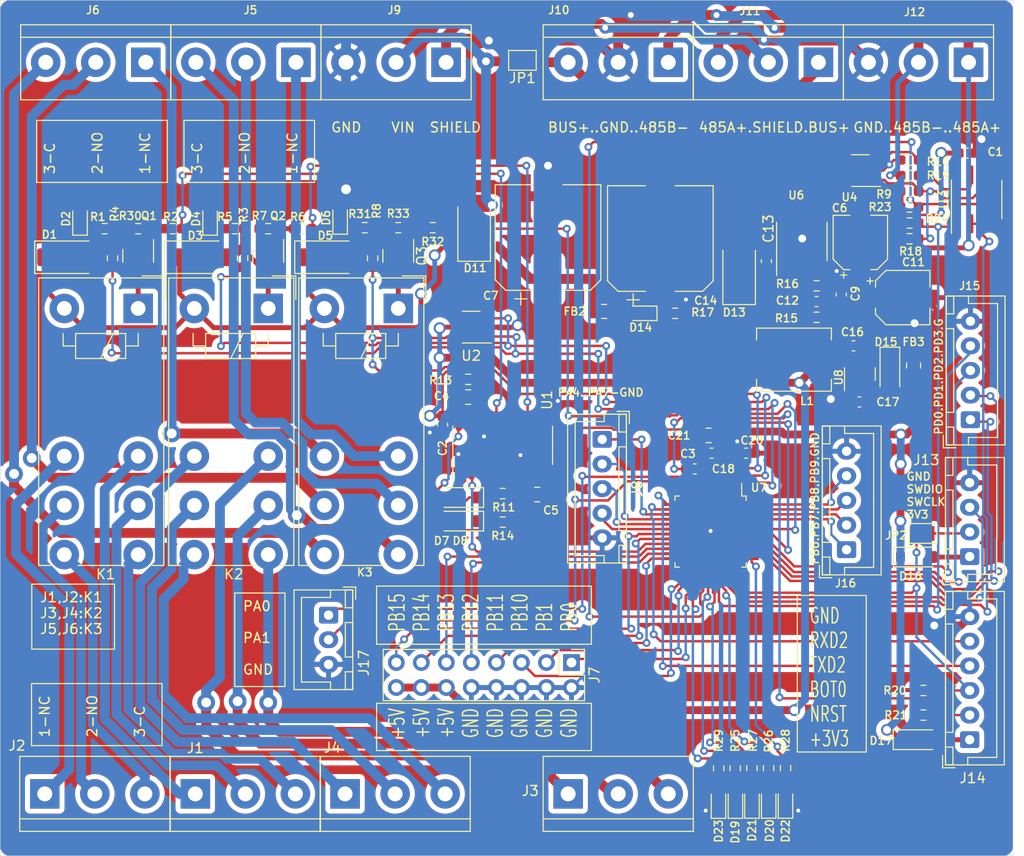
<source format=kicad_pcb>
(kicad_pcb (version 20221018) (generator pcbnew)
  (layers (0 "F.Cu" signal) (31 "B.Cu" signal) (34 "B.Paste" user) (35 "F.Paste" user) (36 "B.SilkS" user "B.Silkscreen") (37 "F.SilkS" user "F.Silkscreen") (38 "B.Mask" user) (39 "F.Mask" user) (44 "Edge.Cuts" user))
  (net 0 "")
  (net 1 "GND")
  (net 2 "+3.3V")
  (net 3 "Net-(U6-FB)")
  (net 4 "Net-(D15-A)")
  (net 5 "NRST")
  (net 6 "Net-(D1-A)")
  (net 7 "+5V")
  (net 8 "Net-(D2-K)")
  (net 9 "Net-(D3-A)")
  (net 10 "Net-(D4-K)")
  (net 11 "Net-(D5-A)")
  (net 12 "Net-(D6-K)")
  (net 13 "+24V")
  (net 14 "Net-(D13-K)")
  (net 15 "Net-(D14-K)")
  (net 16 "Net-(D15-K)")
  (net 17 "Net-(D16-A)")
  (net 18 "Net-(D17-A)")
  (net 19 "/PL")
  (net 20 "/GL")
  (net 21 "/RL")
  (net 22 "/WL")
  (net 23 "/YL")
  (net 24 "Net-(J1-Pin_1)")
  (net 25 "Net-(J1-Pin_2)")
  (net 26 "Net-(J1-Pin_3)")
  (net 27 "Net-(J2-Pin_1)")
  (net 28 "Net-(J2-Pin_2)")
  (net 29 "Net-(J2-Pin_3)")
  (net 30 "Net-(J3-Pin_1)")
  (net 31 "Net-(J3-Pin_2)")
  (net 32 "Net-(J3-Pin_3)")
  (net 33 "Net-(J4-Pin_1)")
  (net 34 "Net-(J4-Pin_2)")
  (net 35 "Net-(J4-Pin_3)")
  (net 36 "Net-(J5-Pin_1)")
  (net 37 "Net-(J5-Pin_2)")
  (net 38 "Net-(J5-Pin_3)")
  (net 39 "Net-(J6-Pin_1)")
  (net 40 "Net-(J6-Pin_2)")
  (net 41 "Net-(J6-Pin_3)")
  (net 42 "/A+")
  (net 43 "/B-")
  (net 44 "Net-(J10-Pin_1)")
  (net 45 "SWDCK")
  (net 46 "SWDIO")
  (net 47 "USART2_TX")
  (net 48 "USART2_RX")
  (net 49 "Net-(J15-Pin_1)")
  (net 50 "Net-(J15-Pin_2)")
  (net 51 "Net-(J15-Pin_3)")
  (net 52 "Net-(J15-Pin_4)")
  (net 53 "Net-(Q1-G)")
  (net 54 "Net-(Q2-G)")
  (net 55 "Net-(Q3-G)")
  (net 56 "/ON_K1")
  (net 57 "/S_K2")
  (net 58 "/S_K1")
  (net 59 "/ON_K2")
  (net 60 "/S_K3")
  (net 61 "Net-(U1A-Clr)")
  (net 62 "MODBUS_TX")
  (net 63 "MODBUS_RX")
  (net 64 "PRBLED")
  (net 65 "GREEN")
  (net 66 "RED")
  (net 67 "WHITE")
  (net 68 "YELLOW")
  (net 69 "/ON_K3")
  (net 70 "/ON_K4")
  (net 71 "/TRIG_K1")
  (net 73 "/TRIG_K2")
  (net 75 "MODBUS_DE")
  (net 77 "/VIN")
  (net 78 "/SHIELD")
  (net 79 "/BUS+")
  (net 80 "Net-(J11-Pin_3)")
  (net 81 "/BOOT0")
  (net 84 "Net-(#FLG06-pwr)")
  (net 85 "Net-(J7-Pin_1)")
  (net 86 "Net-(J7-Pin_3)")
  (net 87 "Net-(J7-Pin_5)")
  (net 88 "Net-(J7-Pin_7)")
  (net 89 "Net-(J7-Pin_9)")
  (net 90 "Net-(J7-Pin_11)")
  (net 91 "Net-(J7-Pin_13)")
  (net 92 "Net-(J7-Pin_15)")
  (net 93 "Net-(J8-Pin_1)")
  (net 94 "Net-(J8-Pin_2)")
  (net 95 "Net-(J8-Pin_3)")
  (net 96 "Net-(J8-Pin_4)")
  (net 97 "/B6")
  (net 98 "/B7")
  (net 99 "/B8")
  (net 100 "/B9")
  (net 101 "Net-(J17-Pin_1)")
  (net 102 "Net-(J17-Pin_2)")
  (net 103 "Net-(D7-A)")
  (net 104 "Net-(D8-A)")
  (footprint "TerminalBlock:TerminalBlock_bornier-3_P5.08mm" (layer "F.Cu") (at 69.8 130.6)
    (fp_text reference "J1")
    (fp_text value "RM5.08")
  )
  (footprint "TerminalBlock:TerminalBlock_bornier-3_P5.08mm" (layer "F.Cu") (at 80.015 56.3 180)
    (fp_text reference "J5")
    (fp_text value "RM5.08")
  )
  (footprint "TerminalBlock:TerminalBlock_bornier-3_P5.08mm" (layer "F.Cu") (at 64.775 56.3 180)
    (fp_text reference "J6")
    (fp_text value "RM5.08")
  )
  (footprint "Relay_THT:Relay_DPDT_Finder_40.52" (layer "F.Cu") (at 90.4 81.3 -90)
    (fp_text reference "K3")
    (fp_text value "RM84")
  )
  (footprint "Relay_THT:Relay_DPDT_Finder_40.52" (layer "F.Cu") (at 77.2 81.3 -90)
    (fp_text reference "K2")
    (fp_text value "RM84")
  )
  (footprint "TerminalBlock:TerminalBlock_bornier-3_P5.08mm" (layer "F.Cu") (at 54.52 130.6)
    (fp_text reference "J2")
    (fp_text value "RM5.08")
  )
  (footprint "TerminalBlock:TerminalBlock_bornier-3_P5.08mm" (layer "F.Cu") (at 85 130.6)
    (fp_text reference "J4")
    (fp_text value "RM5.08")
  )
  (footprint "TerminalBlock:TerminalBlock_bornier-3_P5.08mm" (layer "F.Cu") (at 107.6425 130.6)
    (fp_text reference "J3")
    (fp_text value "RM5.08")
  )
  (footprint "Relay_THT:Relay_DPDT_Finder_40.52" (layer "F.Cu") (at 64 81.3 -90)
    (fp_text reference "K1")
    (fp_text value "RM84")
  )
  (footprint "TerminalBlock:TerminalBlock_bornier-3_P5.08mm" (layer "F.Cu") (at 95.255 56.3 180)
    (fp_text reference "J9")
    (fp_text value "RM5.08")
  )
  (footprint "Package_SO:SOIC-16_3.9x9.9mm_P1.27mm" (layer "F.Cu") (at 101 95.2 90)
    (fp_text reference "U1")
    (fp_text value "74AHC123")
  )
  (footprint "tjp_footprints:SOT-23_GSD" (layer "F.Cu") (at 77.2 75.9625 -90)
    (fp_text reference "Q2")
    (fp_text value "Si2300")
  )
  (footprint "Resistor_SMD:R_0603_1608Metric_Pad0.98x0.95mm_HandSolder" (layer "F.Cu") (at 97.5 88.5 180)
    (fp_text reference "R13")
    (fp_text value "470k")
  )
  (footprint "Diode_SMD:D_SOD-123" (layer "F.Cu") (at 143.025 106.550001)
    (fp_text reference "D16")
    (fp_text value "B5819W")
  )
  (footprint "Capacitor_SMD:C_0603_1608Metric_Pad1.08x0.95mm_HandSolder" (layer "F.Cu") (at 125.7 96)
    (fp_text reference "C20")
    (fp_text value "100n")
  )
  (footprint "Resistor_SMD:R_0603_1608Metric_Pad0.98x0.95mm_HandSolder" (layer "F.Cu") (at 132.8525 82.2 180)
    (fp_text reference "R15")
    (fp_text value "3k1")
  )
  (footprint "Resistor_SMD:R_0603_1608Metric_Pad0.98x0.95mm_HandSolder" (layer "F.Cu") (at 80.7 73.2 180)
    (fp_text reference "R6")
    (fp_text value "10R")
  )
  (footprint "Inductor_SMD:L_0805_2012Metric_Pad1.15x1.40mm_HandSolder" (layer "F.Cu") (at 142.7 87.1 90)
    (fp_text reference "FB3")
    (fp_text value "CBM201209U601T")
  )
  (footprint "Resistor_SMD:R_0603_1608Metric_Pad0.98x0.95mm_HandSolder" (layer "F.Cu") (at 93.9 73.1 180)
    (fp_text reference "R32")
    (fp_text value "10R")
  )
  (footprint "LED_SMD:LED_0603_1608Metric_Pad1.05x0.95mm_HandSolder" (layer "F.Cu") (at 115 81.8 180)
    (fp_text reference "D14")
    (fp_text value "BLUE")
  )
  (footprint "TerminalBlock:TerminalBlock_bornier-3_P5.08mm" (layer "F.Cu") (at 133.0425 56.3 180)
    (fp_text reference "J11")
    (fp_text value "RM5.08")
  )
  (footprint "Resistor_SMD:R_0603_1608Metric_Pad0.98x0.95mm_HandSolder" (layer "F.Cu") (at 61.4 76.2 90)
    (fp_text reference "R4")
    (fp_text value "10k")
  )
  (footprint "Resistor_SMD:R_0603_1608Metric_Pad0.98x0.95mm_HandSolder" (layer "F.Cu") (at 124.6 128 -90)
    (fp_text reference "R25")
    (fp_text value "4k7")
  )
  (footprint "Diode_SMD:D_SOD-123" (layer "F.Cu") (at 140.3 87.6 -90)
    (fp_text reference "D15")
    (fp_text value "B5819W")
  )
  (footprint "Capacitor_SMD:CP_Elec_5x5.4" (layer "F.Cu") (at 137.3 74.6 90)
    (fp_text reference "C6")
    (fp_text value "100uF")
  )
  (footprint "Diode_SMD:D_SMA" (layer "F.Cu") (at 83.4 76.1)
    (fp_text reference "D5")
    (fp_text value "SS34")
  )
  (footprint "Capacitor_SMD:C_0603_1608Metric_Pad1.08x0.95mm_HandSolder" (layer "F.Cu") (at 135.365 79.9 90)
    (fp_text reference "C9")
    (fp_text value "100n")
  )
  (footprint "Resistor_SMD:R_0603_1608Metric_Pad0.98x0.95mm_HandSolder" (layer "F.Cu") (at 132.865 79)
    (fp_text reference "R16")
    (fp_text value "1k0")
  )
  (footprint "LED_SMD:LED_0603_1608Metric_Pad1.05x0.95mm_HandSolder" (layer "F.Cu") (at 128 131.412501 90)
    (fp_text reference "D20")
    (fp_text value "GREEN")
  )
  (footprint "Diode_SMD:D_SMA" (layer "F.Cu") (at 70.2 76.1)
    (fp_text reference "D3")
    (fp_text value "SS34")
  )
  (footprint "LED_SMD:LED_0603_1608Metric_Pad1.05x0.95mm_HandSolder" (layer "F.Cu") (at 84.5 72.1 90)
    (fp_text reference "D6")
    (fp_text value "BLUE")
  )
  (footprint "Resistor_SMD:R_0603_1608Metric_Pad0.98x0.95mm_HandSolder" (layer "F.Cu") (at 142.305 72.625)
    (fp_text reference "R24")
    (fp_text value "4k7")
  )
  (footprint "Resistor_SMD:R_0603_1608Metric_Pad0.98x0.95mm_HandSolder" (layer "F.Cu") (at 101 100.1)
    (fp_text reference "R11")
    (fp_text value "4k7")
  )
  (footprint "Connector_JST:JST_XH_B6B-XH-A_1x06_P2.50mm_Vertical" (layer "F.Cu") (at 148.4 125.1 90)
    (fp_text reference "J14")
    (fp_text value "BOOTLDR")
  )
  (footprint "Connector_JST:JST_XH_B5B-XH-A_1x05_P2.50mm_Vertical" (layer "F.Cu") (at 148.475 92.6 90)
    (fp_text reference "J15")
    (fp_text value "PD03")
  )
  (footprint "tjp_footprints:SOT-23_GSD" (layer "F.Cu") (at 64 75.9625 -90)
    (fp_text reference "Q1")
    (fp_text value "Si2300")
  )
  (footprint "Resistor_SMD:R_0603_1608Metric_Pad0.98x0.95mm_HandSolder" (layer "F.Cu") (at 142.2925 71)
    (fp_text reference "R23")
    (fp_text value "4k7")
  )
  (footprint "Connector_JST:JST_XH_B5B-XH-A_1x05_P2.50mm_Vertical" (layer "F.Cu") (at 135.9 105.8 90)
    (fp_text reference "J16")
    (fp_text value "PD03")
  )
  (footprint "TerminalBlock:TerminalBlock_bornier-3_P5.08mm" (layer "F.Cu") (at 117.8025 56.3 180)
    (fp_text reference "J10")
    (fp_text value "RM5.08")
  )
  (footprint "Connector_JST:JST_XH_B5B-XH-A_1x05_P2.50mm_Vertical" (layer "F.Cu") (at 111.1 94.6 -90)
    (fp_text reference "J8")
    (fp_text value "PA47")
  )
  (footprint "Inductor_SMD:L_0805_2012Metric_Pad1.15x1.40mm_HandSolder" (layer "F.Cu") (at 111.3 81.6 180)
    (fp_text reference "FB2")
    (fp_text value "CBM201209U601T")
  )
  (footprint "Capacitor_SMD:C_0603_1608Metric_Pad1.08x0.95mm_HandSolder" (layer "F.Cu") (at 148.105 65.525)
    (fp_text reference "C1")
    (fp_text value "100n")
  )
  (footprint "LED_SMD:LED_0603_1608Metric_Pad1.05x0.95mm_HandSolder" (layer "F.Cu") (at 126.3 131.412501 90)
    (fp_text reference "D21")
    (fp_text value "RED")
  )
  (footprint "Capacitor_SMD:CP_Elec_10x10.5" (layer "F.Cu") (at 117 74.2 90)
    (fp_text reference "C14")
    (fp_text value "470u35V")
  )
  (footprint "Resistor_SMD:R_0603_1608Metric_Pad0.98x0.95mm_HandSolder" (layer "F.Cu") (at 142.3 69.4)
    (fp_text reference "R9")
    (fp_text value "4k7")
  )
  (footprint "Resistor_SMD:R_0603_1608Metric_Pad0.98x0.95mm_HandSolder" (layer "F.Cu") (at 90.4 73.1)
    (fp_text reference "R33")
    (fp_text value "47k")
  )
  (footprint "Capacitor_SMD:C_0603_1608Metric_Pad1.08x0.95mm_HandSolder" (layer "F.Cu") (at 136.6 85.1 180)
    (fp_text reference "C16")
    (fp_text value "1u10V")
  )
  (footprint "Resistor_SMD:R_0603_1608Metric_Pad0.98x0.95mm_HandSolder" (layer "F.Cu") (at 87.8 76.2 90)
    (fp_text reference "R8")
    (fp_text value "10k")
  )
  (footprint "Capacitor_SMD:CP_Elec_5x5.4" (layer "F.Cu") (at 141.6 80.2)
    (fp_text reference "C11")
    (fp_text value "100uF")
  )
  (footprint "Diode_SMD:D_SOD-123" (layer "F.Cu") (at 142.999999 125.1)
    (fp_text reference "D17")
    (fp_text value "B5819W")
  )
  (footprint "Package_QFP:LQFP-48_7x7mm_P0.5mm" (layer "F.Cu") (at 122.1 103.962385 -90)
    (fp_text reference "U7")
    (fp_text value "STM32G070CBTx")
  )
  (footprint "Diode_SMD:D_SMA" (layer "F.Cu") (at 125 77.400001 90)
    (fp_text reference "D13")
    (fp_text value "SS34")
  )
  (footprint "Diode_SMD:D_SOD-123" (layer "F.Cu") (at 96.7 100.5 180)
    (fp_text reference "D7")
    (fp_text value "1N4148W")
  )
  (footprint "LED_SMD:LED_0603_1608Metric_Pad1.05x0.95mm_HandSolder" (layer "F.Cu") (at 122.900001 131.425001 90)
    (fp_text reference "D23")
    (fp_text value "YELLOW")
  )
  (footprint "Resistor_SMD:R_0603_1608Metric_Pad0.98x0.95mm_HandSolder" (layer "F.Cu") (at 126.3 127.9875 -90)
    (fp_text reference "R27")
    (fp_text value "4k7")
  )
  (footprint "Package_SO:SOIC-8_3.9x4.9mm_P1.27mm" (layer "F.Cu") (at 149.105 70.225 90)
    (fp_text reference "U3")
    (fp_text value "SP485EEN")
  )
  (footprint "Jumper:SolderJumper-2_P1.3mm_Bridged2Bar_Pad1.0x1.5mm" (layer "F.Cu") (at 103 56.1 180)
    (fp_text reference "JP1")
    (fp_text value "Jumper_2_Bridged")
  )
  (footprint "Diode_SMD:D_SMA" (layer "F.Cu") (at 98.1 73 90)
    (fp_text reference "D11")
    (fp_text value "SS34")
  )
  (footprint "Capacitor_SMD:C_0603_1608Metric_Pad1.08x0.95mm_HandSolder" (layer "F.Cu") (at 122.2 96 180)
    (fp_text reference "C3")
    (fp_text value "100n")
  )
  (footprint "Resistor_SMD:R_0603_1608Metric_Pad0.98x0.95mm_HandSolder" (layer "F.Cu") (at 64 73.2)
    (fp_text reference "R30")
    (fp_text value "47k")
  )
  (footprint "Resistor_SMD:R_0603_1608Metric_Pad0.98x0.95mm_HandSolder" (layer "F.Cu") (at 67.5 73.2 180)
    (fp_text reference "R2")
    (fp_text value "10R")
  )
  (footprint "Package_SO:SOIC-8_3.9x4.9mm_P1.27mm" (layer "F.Cu") (at 131.365 74.5 90)
    (fp_text reference "U6")
    (fp_text value "XL1509-ADJ")
  )
  (footprint "Resistor_SMD:R_0603_1608Metric_Pad0.98x0.95mm_HandSolder" (layer "F.Cu") (at 143.7 122.6 180)
    (fp_text reference "R21")
    (fp_text value "4k7")
  )
  (footprint "Connector_JST:JST_XH_B4B-XH-A_1x04_P2.50mm_Vertical" (layer "F.Cu") (at 148.4 106.5 90)
    (fp_text reference "J13")
    (fp_text value "SWD")
  )
  (footprint "Connector_PinHeader_2.54mm:PinHeader_2x08_P2.54mm_Vertical" (layer "F.Cu") (at 107.98 117.26 -90)
    (fp_text reference "J7")
    (fp_text value "EXT1")
  )
  (footprint "LED_SMD:LED_0603_1608Metric_Pad1.05x0.95mm_HandSolder" (layer "F.Cu") (at 129.7 131.412501 90)
    (fp_text reference "D22")
    (fp_text value "WHITE")
  )
  (footprint "Capacitor_SMD:CP_Elec_10x10.5" (layer "F.Cu") (at 105.6 74.1 90)
    (fp_text reference "C7")
    (fp_text value "470u35V")
  )
  (footprint "Diode_SMD:D_SOD-123" (layer "F.Cu") (at 96.7 102.9 180)
    (fp_text reference "D8")
    (fp_text value "1N4148W")
  )
  (footprint "Resistor_SMD:R_0603_1608Metric_Pad0.98x0.95mm_HandSolder" (layer "F.Cu") (at 129.71 127.987501 -90)
    (fp_text reference "R28")
    (fp_text value "4k7")
  )
  (footprint "Resistor_SMD:R_0603_1608Metric_Pad0.98x0.95mm_HandSolder" (layer "F.Cu") (at 77.2 73.2)
    (fp_text reference "R7")
    (fp_text value "47k")
  )
  (footprint "TerminalBlock:TerminalBlock_bornier-3_P5.08mm" (layer "F.Cu") (at 148.2825 56.3 180)
    (fp_text reference "J12")
    (fp_text value "RM5.08")
  )
  (footprint "LED_SMD:LED_0603_1608Metric_Pad1.05x0.95mm_HandSolder" (layer "F.Cu") (at 124.620001 131.425001 90)
    (fp_text reference "D19")
    (fp_text value "BLUE")
  )
  (footprint "Resistor_SMD:R_0603_1608Metric_Pad0.98x0.95mm_HandSolder" (layer "F.Cu") (at 118.5 81.8)
    (fp_text reference "R17")
    (fp_text value "22k")
  )
  (footprint "Capacitor_SMD:C_0603_1608Metric_Pad1.08x0.95mm_HandSolder" (layer "F.Cu") (at 94.9 93.1 -90)
    (fp_text reference "C2")
    (fp_text value "100n")
  )
  (footprint "Resistor_SMD:R_0603_1608Metric_Pad0.98x0.95mm_HandSolder" (layer "F.Cu") (at 73.8 73.2)
    (fp_text reference "R5")
    (fp_text value "10k")
  )
  (footprint "LED_SMD:LED_0603_1608Metric_Pad1.05x0.95mm_HandSolder" (layer "F.Cu") (at 71.3 72.2 90)
    (fp_text reference "D4")
    (fp_text value "BLUE")
  )
  (footprint "Package_TO_SOT_SMD:SOT-23-6_Handsoldering" (layer "F.Cu") (at 137.3 67.3 180)
    (fp_text reference "U4")
    (fp_text value "SRV05-4")
  )
  (footprint "Jumper:SolderJumper-2_P1.3mm_Bridged2Bar_Pad1.0x1.5mm" (layer "F.Cu") (at 143.675 104.150001)
    (fp_text reference "JP2")
    (fp_text value "Jumper_2_Bridged")
  )
  (footprint "tjp_footprints:L_6.6x7.1_H3" (layer "F.Cu") (at 130.565 86.5 180)
    (fp_text reference "L1")
    (fp_text value "PSPMAA0605H-680M-IGF")
  )
  (footprint "Resistor_SMD:R_0603_1608Metric_Pad0.98x0.95mm_HandSolder" (layer "F.Cu") (at 101 103)
    (fp_text reference "R14")
    (fp_text value "470k")
  )
  (footprint "Capacitor_SMD:C_0805_2012Metric" (layer "F.Cu") (at 97.5 90.3)
    (fp_text reference "C4")
    (fp_text value "47uF")
  )
  (footprint "Capacitor_SMD:C_0603_1608Metric_Pad1.08x0.95mm_HandSolder" (layer "F.Cu") (at 120.5 97.6)
    (fp_text reference "C18")
    (fp_text value "100n")
  )
  (footprint "Diode_SMD:D_SMA" (layer "F.Cu") (at 57 76.1)
    (fp_text reference "D1")
    (fp_text value "SS34")
  )
  (footprint "Resistor_SMD:R_0603_1608Metric_Pad0.98x0.95mm_HandSolder" (layer "F.Cu") (at 142.305 66.225 180)
    (fp_text reference "R10")
    (fp_text value "4k7")
  )
  (footprint "Resistor_SMD:R_0603_1608Metric_Pad0.98x0.95mm_HandSolder" (layer "F.Cu") (at 142.305 74.225)
    (fp_text reference "R18")
    (fp_text value "10R")
  )
  (footprint "Package_TO_SOT_SMD:SOT-23" (layer "F.Cu") (at 137.25 87.9625 90)
    (fp_text reference "U8")
    (fp_text value "HXY6206I-3V3")
  )
  (footprint "LED_SMD:LED_0603_1608Metric_Pad1.05x0.95mm_HandSolder" (layer "F.Cu") (at 58.1 72.2 90)
    (fp_text reference "D2")
    (fp_text value "BLUE")
  )
  (footprint "Capacitor_SMD:C_0603_1608Metric_Pad1.08x0.95mm_HandSolder" (layer "F.Cu") (at 137.2 90.8 180)
    (fp_text reference "C17")
    (fp_text value "1u10V")
  )
  (footprint "Resistor_SMD:R_0603_1608Metric_Pad0.98x0.95mm_HandSolder" (layer "F.Cu") (at 142.305 67.8)
    (fp_text reference "R19")
    (fp_text value "10R")
  )
  (footprint "Resistor_SMD:R_0603_1608Metric_Pad0.98x0.95mm_HandSolder" (layer "F.Cu") (at 74.6 76.2 90)
    (fp_text reference "R3")
    (fp_text value "10k")
  )
  (footprint "Resistor_SMD:R_0603_1608Metric_Pad0.98x0.95mm_HandSolder" (layer "F.Cu") (at 87 73.1)
    (fp_text reference "R31")
    (fp_text value "10k")
  )
  (footprint "Resistor_SMD:R_0603_1608Metric_Pad0.98x0.95mm_HandSolder" (layer "F.Cu") (at 122.92 128.000001 -90)
    (fp_text reference "R29")
    (fp_text value "4k7")
  )
  (footprint "Capacitor_SMD:C_0603_1608Metric_Pad1.08x0.95mm_HandSolder" (layer "F.Cu") (at 132.865 80.6 180)
    (fp_text reference "C12")
    (fp_text value "4n7")
  )
  (footprint "Capacitor_SMD:C_0805_2012Metric_Pad1.18x1.45mm_HandSolder" (layer "F.Cu") (at 121.9 94.2 180)
    (fp_text reference "C21")
    (fp_text value "10u10V")
  )
  (footprint "Resistor_SMD:R_0603_1608Metric_Pad0.98x0.95mm_HandSolder" (layer "F.Cu") (at 143.7 120.1 180)
    (fp_text reference "R20")
    (fp_text value "4k7")
  )
  (footprint "Package_TO_SOT_SMD:SOT-23-6_Handsoldering" (layer "F.Cu") (at 97.8 83.2 180)
    (fp_text reference "U2")
    (fp_text value "SRV05-4")
  )
  (footprint "Resistor_SMD:R_0603_1608Metric_Pad0.98x0.95mm_HandSolder" (layer "F.Cu") (at 60.6 73.2)
    (fp_text reference "R1")
    (fp_text value "10k")
  )
  (footprint "Connector_JST:JST_XH_B3B-XH-A_1x03_P2.50mm_Vertical" (layer "F.Cu") (at 83.325001 112.45 -90)
    (fp_text reference "J17")
    (fp_text value "PA01")
  )
  (footprint "Resistor_SMD:R_0603_1608Metric_Pad0.98x0.95mm_HandSolder" (layer "F.Cu") (at 127.990001 127.987501 -90)
    (fp_text reference "R26")
    (fp_text value "4k7")
  )
  (footprint "tjp_footprints:SOT-23_GSD" (layer "F.Cu") (at 90.4 75.9625 -90)
    (fp_text reference "Q3")
    (fp_text value "Si2300")
  )
  (footprint "Capacitor_SMD:C_0805_2012Metric" (layer "F.Cu") (at 104.5 100.2)
    (fp_text reference "C5")
    (fp_text value "47uF")
  )
  (footprint "Capacitor_SMD:C_0603_1608Metric_Pad1.08x0.95mm_HandSolder" (layer "F.Cu") (at 127.765 76.5 90)
    (fp_text reference "C13")
    (fp_text value "100n")
  )
  (gr_line (start 152.8 50) (end 50 50) (stroke (width 0.05)) (layer "Edge.Cuts"))
  (gr_line (start 152.8 136.9) (end 152.8 50) (stroke (width 0.05)) (layer "Edge.Cuts"))
  (gr_line (start 50 50) (end 50 136.9) (stroke (width 0.05)) (layer "Edge.Cuts"))
  (gr_line (start 50 136.9) (end 152.8 136.9) (stroke (width 0.05)) (layer "Edge.Cuts"))
  (gr_text "PB6.PB7.PB8.PB9.GND" (at 133.15 107.4 90) (layer "F.SilkS") (effects (font (size 0.8 0.8)) (justify left bottom)))
  (gr_text "GND    VIN  SHIELD" (at 83.5 63.5) (layer "F.SilkS") (effects (font (size 1 1)) (justify left bottom)))
  (gr_text "485A+.SHIELD.BUS+" (at 120.8 63.5) (layer "F.SilkS") (effects (font (size 1 1)) (justify left bottom)))
  (gr_text "PA4..PA7-GND" (at 106.5 90.3) (layer "F.SilkS") (effects (font (size 0.8 0.8)) (justify left bottom)))
  (gr_text "GND\nSWDIO\nSWCLK\n3V3" (at 141.9 102.7) (layer "F.SilkS") (effects (font (size 0.8 0.8)) (justify left bottom)))
  (gr_text "BUS+..GND..485B-" (at 105.5 63.5) (layer "F.SilkS") (effects (font (size 1 1)) (justify left bottom)))
  (gr_text "GND..485B-..485A+" (at 136.5 63.5) (layer "F.SilkS") (effects (font (size 1 1)) (justify left bottom)))
  (gr_text "PD0.PD1.PD2.PD3.G" (at 145.725 94.2 90) (layer "F.SilkS") (effects (font (size 0.8 0.8)) (justify left bottom)))
  (gr_text_box "3-C\n\n\n2-NO\n\n\n1-NC" (start 68.650001 68.5) (end 81.9 62.2) (angle 90) (layer "F.SilkS") (effects (font (size 1 1)) (justify left top)) (stroke (width 0.12)))
  (gr_text_box "1-NC\n\n\n2-NO\n\n\n3-C" (start 53.175 125.7) (end 66.425 119.4) (angle 90) (layer "F.SilkS") (effects (font (size 1 1)) (justify left top)) (stroke (width 0.12)))
  (gr_text_box "3-C\n\n\n2-NO\n\n\n1-NC" (start 53.7 68.5) (end 66.949999 62.2) (angle 90) (layer "F.SilkS") (effects (font (size 1 1)) (justify left top)) (stroke (width 0.12)))
  (gr_text_box "PB15\nPB14\nPB13\nPB12\nPB11\nPB10\nPB1\nPB0" (start 88.2 115.4) (end 110 109.5) (angle 90) (layer "F.SilkS") (effects (font (size 1.55 1)) (justify left top)) (stroke (width 0.12)))
  (gr_text_box "GND\nRXD2\nTXD2\nBOT0\nNRST\n+3V3" (start 130.9 110.45) (end 137.9 126.349999) (layer "F.SilkS") (effects (font (size 1.55 1)) (justify left top)) (stroke (width 0.12)))
  (gr_text_box "+5V\n+5V\n+5V\nGND\nGND\nGND\nGND\nGND" (start 88.2 126.2) (end 110 121.4) (angle 90) (layer "F.SilkS") (effects (font (size 1.55 1)) (justify left top)) (stroke (width 0.12)))
  (gr_text_box "PA0\n\nPA1\n\nGND\n" (start 73.8 110.2) (end 78.9 119.7) (layer "F.SilkS") (effects (font (size 1 1)) (justify left top)) (stroke (width 0.12)))
  (gr_text_box "J1,J2:K1\nJ3,J4:K2\nJ5,J6:K3" (start 53.2 109.3) (end 61.6 115.9) (layer "F.SilkS") (effects (font (size 1 1)) (justify left top)) (stroke (width 0.12)))
  (segment (start 125.365 72.88238) (end 122.08238 72.88238) (width 1) (layer "F.Cu") (net 1))
  (segment (start 136.3375 88.9375) (end 136.3 88.9) (width 0.5) (layer "F.Cu") (net 1))
  (segment (start 135.9225 54.1) (end 138.1225 56.3) (width 1) (layer "F.Cu") (net 1))
  (segment (start 63.1 69.7) (end 63.1 73.1875) (width 1) (layer "F.Cu") (net 1))
  (segment (start 125.365 72.88238) (end 126.91762 72.88238) (width 1) (layer "F.Cu") (net 1))
  (segment (start 135.365 77.965) (end 134.9 77.5) (width 0.5) (layer "F.Cu") (net 1))
  (segment (start 122.900001 132.300001) (end 129.6875 132.300001) (width 0.25) (layer "F.Cu") (net 1))
  (segment (start 127.8 72) (end 131.4 72) (width 1) (layer "F.Cu") (net 1))
  (segment (start 94.9 93.9625) (end 93.6625 93.9625) (width 0.5) (layer "F.Cu") (net 1))
  (segment (start 112.7225 52.778) (end 112.7225 56.3) (width 1) (layer "F.Cu") (net 1))
  (segment (start 136.35 85.7125) (end 136.35 88.45) (width 0.5) (layer "F.Cu") (net 1))
  (segment (start 136.35 85.7125) (end 136.35 88.85) (width 0.8) (layer "F.Cu") (net 1))
  (segment (start 119.1 69.9) (end 105.6 69.9) (width 1) (layer "F.Cu") (net 1))
  (segment (start 126.91762 74.79012) (end 125.609881 74.79012) (width 1) (layer "F.Cu") (net 1))
  (segment (start 131.4 72) (end 131.4 74.2) (width 1) (layer "F.Cu") (net 1))
  (segment (start 63.6 69.2) (end 63.1 69.7) (width 1) (layer "F.Cu") (net 1))
  (segment (start 121.85 99.799885) (end 121.85 98.0875) (width 0.25) (layer "F.Cu") (net 1))
  (segment (start 105.445 100.195) (end 105.45 100.2) (width 0.25) (layer "F.Cu") (net 1))
  (segment (start 121.3625 96.067788) (end 121.3375 96.042788) (width 0.5) (layer "F.Cu") (net 1))
  (segment (start 76.3 69.2) (end 63.6 69.2) (width 1) (layer "F.Cu") (net 1))
  (segment (start 110.5225 54.1) (end 112.7225 56.3) (width 1) (layer "F.Cu") (net 1))
  (segment (start 140.24218 66.682419) (end 140.699599 66.225) (width 0.25) (layer "F.Cu") (net 1))
  (segment (start 119.4125 81.8) (end 119.4125 80.5875) (width 0.25) (layer "F.Cu") (net 1))
  (segment (start 135.365 79.0375) (end 135.365 77.965) (width 0.5) (layer "F.Cu") (net 1))
  (segment (start 133.7775 79) (end 135.3275 79) (width 0.5) (layer "F.Cu") (net 1))
  (segment (start 102.905 96.305) (end 102.8 96.2) (width 0.25) (layer "F.Cu") (net 1))
  (segment (start 76.2875 73.2) (end 76.2875 69.2125) (width 0.5) (layer "F.Cu") (net 1))
  (segment (start 121.85 99.799885) (end 121.85 103.65) (width 0.25) (layer "F.Cu") (net 1))
  (segment (start 135.2 72.6) (end 136.565 72.6) (width 1) (layer "F.Cu") (net 1))
  (segment (start 121.85 103.65) (end 122.1 103.9) (width 0.25) (layer "F.Cu") (net 1))
  (segment (start 143.8 80.2) (end 146.2 82.6) (width 0.5) (layer "F.Cu") (net 1))
  (segment (start 102.905 97.675) (end 102.905 96.305) (width 0.25) (layer "F.Cu") (net 1))
  (segment (start 89.45 73.1375) (end 89.4875 73.1) (width 0.5) (layer "F.Cu") (net 1))
  (segment (start 125.609881 74.79012) (end 125 75.400001) (width 1) (layer "F.Cu") (net 1))
  (segment (start 151.01 66.11) (end 151.01 67.75) (width 0.5) (layer "F.Cu") (net 1))
  (segment (start 122.900001 132.300001) (end 121.600001 132.300001) (width 0.25) (layer "F.Cu") (net 1))
  (segment (start 105.445 92.725) (end 105.445 91.855) (width 0.5) (layer "F.Cu") (net 1))
  (segment (start 131.4 72) (end 134.6 72) (width 1) (layer "F.Cu") (net 1))
  (segment (start 105.6 69.9) (end 105.6 66.8) (width 0.6) (layer "F.Cu") (net 1))
  (segment (start 139.624599 67.3) (end 138.65 67.3) (width 0.25) (layer "F.Cu") (net 1))
  (segment (start 96.555 96.155) (end 96.5 96.1) (width 0.25) (layer "F.Cu") (net 1))
  (segment (start 85.1 69.2) (end 76.3 69.2) (width 1) (layer "F.Cu") (net 1))
  (segment (start 129.7 132.287501) (end 130.987501 132.287501) (width 0.25) (layer "F.Cu") (net 1))
  (segment (start 121.85 98.0875) (end 121.3625 97.6) (width 0.25) (layer "F.Cu") (net 1))
  (segment (start 99.6 54.1) (end 110.5225 54.1) (width 1) (layer "F.Cu") (net 1))
  (segment (start 146.2 82.6) (end 148.475 82.6) (width 0.5) (layer "F.Cu") (net 1))
  (segment (start 126.91762 72.88238) (end 127.8 72) (width 1) (layer "F.Cu") (net 1))
  (segment (start 99.15 83.2) (end 102.325338 83.2) (width 0.5) (layer "F.Cu") (net 1))
  (segment (start 147.5 113.5) (end 144.8 113.5) (width 0.8) (layer "F.Cu") (net 1))
  (segment (start 136.35 88.85) (end 136.3 88.9) (width 0.8) (layer "F.Cu") (net 1))
  (segment (start 89.45 75.025) (end 89.45 73.1375) (width 0.5) (layer "F.Cu") (net 1))
  (segment (start 96.555 97.675) (end 96.555 96.155) (width 0.25) (layer "F.Cu") (net 1))
  (segment (start 150.4 65.5) (end 151.01 66.11) (width 0.5) (layer "F.Cu") (net 1))
  (segment (start 105.445 97.675) (end 105.445 100.195) (width 0.25) (layer "F.Cu") (net 1))
  (segment (start 140.699599 66.225) (end 141.3925 66.225) (width 0.25) (layer "F.Cu") (net 1))
  (segment (start 121.3375 96.042788) (end 121.3375 94.675) (width 0.5) (layer "F.Cu") (net 1))
  (segment (start 122.08238 72.88238) (end 119.1 69.9) (width 1) (layer "F.Cu") (net 1))
  (segment (start 76.25 73.2375) (end 76.2875 73.2) (width 0.5) (layer "F.Cu") (net 1))
  (segment (start 105.445 97.675) (end 105.445 97.045) (width 0.25) (layer "F.Cu") (net 1))
  (segment (start 121.3625 97.6) (end 121.3625 96.067788) (width 0.5) (layer "F.Cu") (net 1))
  (segment (start 76.2875 69.2125) (end 76.3 69.2) (width 0.5) (layer "F.Cu") (net 1))
  (segment (start 148.9925 65.5) (end 150.4 65.5) (width 0.5) (layer "F.Cu") (net 1))
  (segment (start 124.8 94.8) (end 125.3625 94.8) (width 0.25) (layer "F.Cu") (net 1))
  (segment (start 93.3 69.2) (end 89.5 69.2) (width 1) (layer "F.Cu") (net 1))
  (segment (start 142.8 82.8) (end 142.8 81.2) (width 0.5) (layer "F.Cu") (net 1))
  (segment (start 89.5 73.0875) (end 89.5 69.2) (width 0.5) (layer "F.Cu") (net 1))
  (segment (start 148.4 99) (end 145.8 99) (width 0.5) (layer "F.Cu") (net 1))
  (segment (start 133.27 76.975) (end 133.27 78.4925) (width 0.5) (layer "F.Cu") (net 1))
  (segment (start 133.27 78.4925) (end 133.7775 79) (width 0.5) (layer "F.Cu") (net 1))
  (segment (start 126.91762 72.88238) (end 126.91762 74.79012) (width 1) (layer "F.Cu") (net 1))
  (segment (start 105.445 91.855) (end 106.6 90.7) (width 0.5) (layer "F.Cu") (net 1))
  (segment (start 99.095 94.295) (end 99.1 94.3) (width 0.5) (layer "F.Cu") (net 1))
  (segment (start 133.27 72.025) (end 133.27 76.975) (width 1) (layer "F.Cu") (net 1))
  (segment (start 135.7375 85.1) (end 136.35 85.7125) (width 0.8) (layer "F.Cu") (net 1))
  (segment (start 140.24218 66.682419) (end 139.624599 67.3) (width 0.25) (layer "F.Cu") (net 1))
  (segment (start 102.5 69.2) (end 103.2 69.9) (width 0.6) (layer "F.Cu") (net 1))
  (segment (start 136.35 88.45) (end 134.3 90.5) (width 0.5) (layer "F.Cu") (net 1))
  (segment (start 89.4875 73.1) (end 89.5 73.0875) (width 0.5) (layer "F.Cu") (net 1))
  (segment (start 102.325338 83.2) (end 102.518928 83.00641) (width 0.5) (layer "F.Cu") (net 1))
  (segment (start 104.6 96.2) (end 102.8 96.2) (width 0.25) (layer "F.Cu") (net 1))
  (segment (start 105.445 97.045) (end 104.6 96.2) (width 0.25) (layer "F.Cu") (net 1))
  (segment (start 114 51.5005) (end 112.7225 52.778) (width 1) (layer "F.Cu") (net 1))
  (segment (start 126.91762 74.79012) (end 127.765 75.6375) (width 1) (layer "F.Cu") (net 1))
  (segment (start 105.6 69.9) (end 103.2 69.9) (width 1) (layer "F.Cu") (net 1))
  (segment (start 148.9675 64.7325) (end 149.6 64.1) (width 0.5) (layer "F.Cu") (net 1))
  (segment (start 125.3625 94.8) (end 126.5625 96) (width 0.25) (layer "F.Cu") (net 1))
  (segment (start 63.1 73.1875) (end 63.0875 73.2) (width 1) (layer "F.Cu") (net 1))
  (segment (start 148.4 112.6) (end 147.5 113.5) (width 0.8) (layer "F.Cu") (net 1))
  (segment (start 76.25 75.025) (end 76.25 73.2375) (width 0.5) (layer "F.Cu") (net 1))
  (segment (start 134.6 72) (end 135.2 72.6) (width 1) (layer "F.Cu") (net 1))
  (segment (start 119.4125 80.5875) (end 119.6 80.4) (width 0.25) (layer "F.Cu") (net 1))
  (segment (start 127.511251 54.01098) (end 127.600271 54.1) (width 1) (layer "F.Cu") (net 1))
  (segment (start 129.6875 132.300001) (end 129.7 132.287501) (width 0.25) (layer "F.Cu") (net 1))
  (segment (start 93.3 69.2) (end 102.5 69.2) (width 0.6) (layer "F.Cu") (net 1))
  (segment (start 148.9675 65.525) (end 148.9675 64.7325) (width 0.5) (layer "F.Cu") (net 1))
  (segment (start 135.3275 79) (end 135.365 79.0375) (width 0.5) (layer "F.Cu") (net 1))
  (segment (start 99.095 90.945) (end 98.45 90.3) (width 0.5) (layer "F.Cu") (net 1))
  (segment (start 99.095 92.725) (end 99.095 90.945) (width 0.5) (layer "F.Cu") (net 1))
  (segment (start 148.9675 65.525) (end 148.9925 65.5) (width 0.5) (layer "F.Cu") (net 1))
  (segment (start 130.987501 132.287501) (end 131 132.3) (width 0.25) (layer "F.Cu") (net 1))
  (segment (start 127.600271 54.1) (end 135.9225 54.1) (width 1) (layer "F.Cu") (net 1))
  (segment (start 142.8 81.2) (end 143.8 80.2) (width 0.5) (layer "F.Cu") (net 1))
  (segment (start 63.05 73.2375) (end 63.0875 73.2) (width 0.5) (layer "F.Cu") (net 1))
  (segment (start 121.3375 94.675) (end 120.8625 94.2) (width 0.5) (layer "F.Cu") (net 1))
  (segment (start 63.05 75.025) (end 63.05 73.2375) (width 0.5) (layer "F.Cu") (net 1))
  (segment (start 142.6 95.8) (end 135.9 95.8) (width 0.5) (layer "F.Cu") (net 1))
  (segment (start 93.6625 93.9625) (end 93.6 93.9) (width 0.5) (layer "F.Cu") (net 1))
  (segment (start 121.600001 132.300001) (end 121.6 132.3) (width 0.25) (layer "F.Cu") (net 1))
  (segment (start 136.3375 90.8) (end 136.3375 88.9375) (width 0.5) (layer "F.Cu") (net 1))
  (segment (start 99.095 92.725) (end 99.095 94.295) (width 0.5) (layer "F.Cu") (net 1))
  (segment (start 107.98 119.8) (end 97.82 119.8) (width 0.25) (layer "F.Cu") (net 1))
  (segment (start 85.1 69.2) (end 89.5 69.2) (width 1) (layer "F.Cu") (net 1))
  (segment (start 145.8 99) (end 142.6 95.8) (width 0.5) (layer "F.Cu") (net 1))
  (via (at 127.511251 54.01098) (size 1.2) (drill 0.6) (layers "F.Cu" "B.Cu") (net 1))
  (via (at 134.3 90.5) (size 1.2) (drill 0.8) (layers "F.Cu" "B.Cu") (net 1))
  (via (at 121.6 132.3) (size 0.8) (drill 0.4) (layers "F.Cu" "B.Cu") (net 1))
  (via (at 102.8 96.2) (size 0.8) (drill 0.4) (layers "F.Cu" "B.Cu") (net 1))
  (via (at 119.6 80.4) (size 0.8) (drill 0.4) (layers "F.Cu" "B.Cu") (net 1))
  (via (at 93.6 93.9) (size 0.8) (drill 0.4) (layers "F.Cu" "B.Cu") (net 1))
  (via (at 144.8 113.5) (size 1.2) (drill 0.8) (layers "F.Cu" "B.Cu") (net 1))
  (via (at 99.1 94.3) (size 0.8) (drill 0.4) (layers "F.Cu" "B.Cu") (net 1))
  (via (at 124.8 94.8) (size 0.8) (drill 0.4) (layers "F.Cu" "B.Cu") (net 1))
  (via (at 131 132.3) (size 0.8) (drill 0.4) (layers "F.Cu" "B.Cu") (net 1))
  (via (at 142.8 82.8) (size 1.2) (drill 0.8) (layers "F.Cu" "B.Cu") (net 1))
  (via (at 105.6 66.8) (size 1.2) (drill 0.8) (layers "F.Cu" "B.Cu") (net 1))
  (via (at 122.1 103.9) (size 0.8) (drill 0.4) (layers "F.Cu" "B.Cu") (net 1))
  (via (at 106.6 90.7) (size 0.8) (drill 0.4) (layers "F.Cu" "B.Cu") (net 1))
  (via (at 102.518928 83.00641) (size 1.2) (drill 0.8) (layers "F.Cu" "B.Cu") (net 1))
  (via (at 85.1 69.2) (size 1.8) (drill 1) (layers "F.Cu" "B.Cu") (net 1))
  (via (at 96.5 96.1) (size 0.8) (drill 0.4) (layers "F.Cu" "B.Cu") (net 1))
  (via (at 131.4 74.2) (size 1.2) (drill 0.8) (layers "F.Cu" "B.Cu") (net 1))
  (via (at 134.9 77.5) (size 0.8) (drill 0.4) (layers "F.Cu" "B.Cu") (net 1))
  (via (at 140.24218 66.682419) (size 0.8) (drill 0.4) (layers "F.Cu" "B.Cu") (net 1))
  (via (at 114 51.5005) (size 1.2) (drill 0.6) (layers "F.Cu" "B.Cu") (net 1))
  (via (at 149.6 64.1) (size 1.2) (drill 0.8) (layers "F.Cu" "B.Cu") (net 1))
  (via (at 99.6 54.1) (size 1.8) (drill 0.8) (layers "F.Cu" "B.Cu") (net 1))
  (segment (start 85.095 52.805) (end 85.095 56.3) (width 1) (layer "B.Cu") (net 1))
  (segment (start 97.9 52.4) (end 85.5 52.4) (width 1) (layer "B.Cu") (net 1))
  (segment (start 99.6 54.1) (end 97.9 52.4) (width 1) (layer "B.Cu") (net 1))
  (segment (start 85.5 52.4) (end 85.095 52.805) (width 1) (layer "B.Cu") (net 1))
  (segment (start 127.511251 54.01098) (end 126.300271 52.8) (width 1) (layer "B.Cu") (net 1))
  (segment (start 111.1 116.68) (end 107.98 119.8) (width 0.25) (layer "B.Cu") (net 1))
  (segment (start 111.1 104.6) (end 111.1 116.68) (width 0.25) (layer "B.Cu") (net 1))
  (segment (start 114.0995 51.6) (end 114 51.5005) (width 1) (layer "B.Cu") (net 1))
  (segment (start 126.300271 52.8) (end 121.797056 52.8) (width 1) (layer "B.Cu") (net 1))
  (segment (start 121.6 132.3) (end 131 132.3) (width 0.25) (layer "B.Cu") (net 1))
  (segment (start 85.1 69.2) (end 85.095 69.195) (width 1) (layer "B.Cu") (net 1))
  (segment (start 85.095 69.195) (end 85.095 56.3) (width 1) (layer "B.Cu") (net 1))
  (segment (start 121.797056 52.8) (end 120.597056 51.6) (width 1) (layer "B.Cu") (net 1))
  (segment (start 120.597056 51.6) (end 114.0995 51.6) (width 1) (layer "B.Cu") (net 1))
  (segment (start 134.3 90.5) (end 142 82.8) (width 0.5) (layer "B.Cu") (net 1))
  (segment (start 142 82.8) (end 142.8 82.8) (width 0.5) (layer "B.Cu") (net 1))
  (segment (start 122.9375 94.2) (end 123.3375 93.8) (width 0.8) (layer "F.Cu") (net 2))
  (segment (start 142 94.1) (end 142.7 93.4) (width 0.8) (layer "F.Cu") (net 2))
  (segment (start 122.85 98.95) (end 122.5 98.6) (width 0.25) (layer "F.Cu") (net 2))
  (segment (start 124.8375 96) (end 123.0625 96) (width 0.25) (layer "F.Cu") (net 2))
  (segment (start 129.6 94.1) (end 141.4 94.1) (width 0.8) (layer "F.Cu") (net 2))
  (segment (start 141.4 94.1) (end 142 94.1) (width 0.8) (layer "F.Cu") (net 2))
  (segment (start 122.5 98.6) (end 122.35 98.45) (width 0.25) (layer "F.Cu") (net 2))
  (segment (start 142.7875 124.5125) (end 142.7875 122.6) (width 0.5) (layer "F.Cu") (net 2))
  (segment (start 140 124.1) (end 140.35 124.100001) (width 0.5) (layer "F.Cu") (net 2))
  (segment (start 140.35 124.100001) (end 141.35 125.1) (width 0.5) (layer "F.Cu") (net 2))
  (segment (start 123.0625 97.9375) (end 122.5 98.5) (width 0.5) (layer "F.Cu") (net 2))
  (segment (start 122.35 98.45) (end 122.35 99.799885) (width 0.25) (layer "F.Cu") (net 2))
  (segment (start 141.375 106.550001) (end 141.375 97.125) (width 0.8) (layer "F.Cu") (net 2))
  (segment (start 142.7 93.4) (end 142.7 88.125) (width 0.8) (layer "F.Cu") (net 2))
  (segment (start 142.2 125.1) (end 142.7875 124.5125) (width 0.5) (layer "F.Cu") (net 2))
  (segment (start 129.3 93.8) (end 129.6 94.1) (width 0.8) (layer "F.Cu") (net 2))
  (segment (start 123.35 98.225) (end 123.0625 97.9375) (width 0.25) (layer "F.Cu") (net 2))
  (segment (start 122.5 98.5) (end 122.5 98.6) (width 0.5) (layer "F.Cu") (net 2))
  (segment (start 122.85 99.799885) (end 122.85 98.95) (width 0.25) (layer "F.Cu") (net 2))
  (segment (start 123.3375 93.8) (end 129.3 93.8) (width 0.8) (layer "F.Cu") (net 2))
  (segment (start 122.9375 95.917788) (end 123.0625 96.042788) (width 0.5) (layer "F.Cu") (net 2))
  (segment (start 122.9375 94.2) (end 122.9375 95.917788) (width 0.5) (layer "F.Cu") (net 2))
  (segment (start 141.375 97.125) (end 141.4 97.1) (width 0.8) (layer "F.Cu") (net 2))
  (segment (start 123.0625 96.042788) (end 123.0625 97.9375) (width 0.5) (layer "F.Cu") (net 2))
  (segment (start 123.35 99.799885) (end 123.35 98.225) (width 0.25) (layer "F.Cu") (net 2))
  (segment (start 141.35 125.1) (end 142.2 125.1) (width 0.5) (layer "F.Cu") (net 2))
  (via (at 141.4 97.1) (size 1.2) (drill 0.8) (layers "F.Cu" "B.Cu") (net 2))
  (via (at 141.375 102.9) (size 1.2) (drill 0.8) (layers "F.Cu" "B.Cu") (net 2))
  (via (at 140 124.1) (size 1.2) (drill 0.8) (layers "F.Cu" "B.Cu") (net 2))
  (via (at 141.4 94.1) (size 1.2) (drill 0.8) (layers "F.Cu" "B.Cu") (net 2))
  (segment (start 141.375 122.725) (end 140 124.1) (width 0.8) (layer "B.Cu") (net 2))
  (segment (start 141.375 102.9) (end 141.375 122.725) (width 0.8) (layer "B.Cu") (net 2))
  (segment (start 141.4 97.1) (end 141.4 94.1) (width 0.8) (layer "B.Cu") (net 2))
  (segment (start 132 76.975) (end 132 82.14) (width 0.5) (layer "F.Cu") (net 3))
  (segment (start 132 82.14) (end 131.94 82.2) (width 0.5) (layer "F.Cu") (net 3))
  (segment (start 138.0625 89.0375) (end 138.2 88.9) (width 0.5) (layer "F.Cu") (net 4))
  (segment (start 138.5125 89.25) (end 138.0625 89.7) (width 0.5) (layer "F.Cu") (net 4))
  (segment (start 138.0625 89.7) (end 138.0625 89.0375) (width 0.5) (layer "F.Cu") (net 4))
  (segment (start 138.0625 90.8) (end 138.0625 89.7) (width 0.5) (layer "F.Cu") (net 4))
  (segment (start 140.3 89.25) (end 138.5125 89.25) (width 0.5) (layer "F.Cu") (net 4))
  (segment (start 129.2 120.9) (end 129.1 120.8) (width 0.25) (layer "F.Cu") (net 5))
  (segment (start 120.35 99.799885) (end 120.35 98.35) (width 0.25) (layer "F.Cu") (net 5))
  (segment (start 119.6375 97.6) (end 118.4 97.6) (width 0.25) (layer "F.Cu") (net 5))
  (segment (start 144.6125 122.6) (end 142.9125 120.9) (width 0.25) (layer "F.Cu") (net 5))
  (segment (start 120.35 98.35) (end 119.6375 97.6375) (width 0.25) (layer "F.Cu") (net 5))
  (segment (start 118.611701 92.8755) (end 118.4 92.8755) (width 0.25) (layer "F.Cu") (net 5))
  (segment (start 144.6125 122.6) (end 148.4 122.6) (width 0.25) (layer "F.Cu") (net 5))
  (segment (start 119.6375 97.6375) (end 119.6375 97.6) (width 0.25) (layer "F.Cu") (net 5))
  (segment (start 129.918693 92.043293) (end 129.511986 92.45) (width 0.25) (layer "F.Cu") (net 5))
  (segment (start 119.037201 92.45) (end 118.611701 92.8755) (width 0.25) (layer "F.Cu") (net 5))
  (segment (start 142.9125 120.9) (end 129.2 120.9) (width 0.25) (layer "F.Cu") (net 5))
  (segment (start 129.511986 92.45) (end 119.037201 92.45) (width 0.25) (layer "F.Cu") (net 5))
  (via (at 129.918693 92.043293) (size 0.8) (drill 0.4) (layers "F.Cu" "B.Cu") (net 5))
  (via (at 129.1 120.8) (size 0.8) (drill 0.4) (layers "F.Cu" "B.Cu") (net 5))
  (via (at 118.4 97.6) (size 0.8) (drill 0.4) (layers "F.Cu" "B.Cu") (net 5))
  (via (at 118.4 92.8755) (size 0.8) (drill 0.4) (layers "F.Cu" "B.Cu") (net 5))
  (segment (start 129.656707 92.043293) (end 129.1 92.6) (width 0.25) (layer "B.Cu") (net 5))
  (segment (start 129.1 92.6) (end 129.1 120.8) (width 0.25) (layer "B.Cu") (net 5))
  (segment (start 129.918693 92.043293) (end 129.656707 92.043293) (width 0.25) (layer "B.Cu") (net 5))
  (segment (start 118.4 97.6) (end 118.4 92.8755) (width 0.25) (layer "B.Cu") (net 5))
  (segment (start 64 81.3) (end 64 76.9) (width 0.5) (layer "F.Cu") (net 6))
  (segment (start 61.4 75.2875) (end 63.0125 76.9) (width 0.5) (layer "F.Cu") (net 6))
  (segment (start 60.5875 76.1) (end 61.4 75.2875) (width 0.5) (layer "F.Cu") (net 6))
  (segment (start 61.4 73.3125) (end 61.5125 73.2) (width 0.5) (layer "F.Cu") (net 6))
  (segment (start 61.4 75.2875) (end 61.4 73.3125) (width 0.5) (layer "F.Cu") (net 6))
  (segment (start 59 76.1) (end 60.5875 76.1) (width 0.5) (layer "F.Cu") (net 6))
  (segment (start 63.0125 76.9) (end 64 76.9) (width 0.5) (layer "F.Cu") (net 6))
  (segment (start 135.2025 80.6) (end 135.365 80.7625) (width 0.5) (layer "F.Cu") (net 7))
  (segment (start 95.3875 92.725) (end 94.9 92.2375) (width 0.5) (layer "F.Cu") (net 7))
  (segment (start 96.5 92.78) (end 96.555 92.725) (width 0.25) (layer "F.Cu") (net 7))
  (segment (start 96.45 83.2) (end 94.7 83.2) (width 0.5) (layer "F.Cu") (net 7))
  (segment (start 133.7275 80.6) (end 133.7275 82.1625) (width 0.5) (layer "F.Cu") (net 7))
  (segment (start 141.38 69.425) (end 141.38 71.8) (width 0.6) (layer "F.Cu") (net 7))
  (segment (start 94.275 101.102817) (end 94.275 99.825) (width 0.25) (layer "F.Cu") (net 7))
  (segment (start 147.2 67.75) (end 147.2 65.5675) (width 0.25) (layer "F.Cu") (net 7))
  (segment (start 135 69.4) (end 134.5 68.9) (width 0.5) (layer "F.Cu") (net 7))
  (segment (start 134.5 67.6) (end 134.8 67.3) (width 0.5) (layer "F.Cu") (net 7))
  (segment (start 137.3 76.8) (end 137.8 76.3) (width 1) (layer "F.Cu") (net 7))
  (segment (start 140.3 75.7) (end 140.3 75.2) (width 1) (layer "F.Cu") (net 7))
  (segment (start 145.525 65.525) (end 145.5 65.5) (width 0.5) (layer "F.Cu") (net 7))
  (segment (start 99.925804 86.3) (end 94.6 86.3) (width 0.8) (layer "F.Cu") (net 7))
  (segment (start 141.38 72.6125) (end 141.3925 72.625) (width 0.6) (layer "F.Cu") (net 7))
  (segment (start 98.4125 88.5) (end 97.6125 87.7) (width 0.25) (layer "F.Cu") (net 7))
  (segment (start 134.8 67.3) (end 135.95 67.3) (width 0.5) (layer "F.Cu") (net 7))
  (segment (start 139.7 76.3) (end 140.3 75.7) (width 1) (layer "F.Cu") (net 7))
  (segment (start 100.0875 100.1) (end 100.0875 103) (width 0.25) (layer "F.Cu") (net 7))
  (segment (start 133.465 86.5) (end 131.115 88.85) (width 0.8) (layer "F.Cu") (net 7))
  (segment (start 97.6 100.5) (end 96.6 101.5) (width 0.25) (layer "F.Cu") (net 7))
  (segment (start 133.7275 82.1625) (end 133.765 82.2) (width 0.5) (layer "F.Cu") (net 7))
  (segment (start 94.275 99.825) (end 95.1 99) (width 0.25) (layer "F.Cu") (net 7))
  (segment (start 102.475804 88.85) (end 99.925804 86.3) (width 0.8) (layer "F.Cu") (net 7))
  (segment (start 137.4625 83.4375) (end 137.5 83.4) (width 0.5) (layer "F.Cu") (net 7))
  (segment (start 100 100.1) (end 99.45 100.65) (width 0.25) (layer "F.Cu") (net 7))
  (segment (start 133.765 82.2) (end 133.765 86.2) (width 0.5) (layer "F.Cu") (net 7))
  (segment (start 147.2 65.5675) (end 147.2425 65.525) (width 0.25) (layer "F.Cu") (net 7))
  (segment (start 98.35 100.5) (end 97.6 100.5) (width 0.25) (layer "F.Cu") (net 7))
  (segment (start 133.765 86.2) (end 133.465 86.5) (width 1) (layer "F.Cu") (net 7))
  (segment (start 141.38 71.8) (end 141.38 72.6125) (width 0.6) (layer "F.Cu") (net 7))
  (segment (start 145.3 71.8) (end 145.5 71.6) (width 0.25) (layer "F.Cu") (net 7))
  (segment (start 95.28 119.8) (end 97.58 122.1) (width 0.8) (layer "F.Cu") (net 7))
  (segment (start 100.0875 103) (end 98.45 103) (width 0.25) (layer "F.Cu") (net 7))
  (segment (start 94.7 83.2) (end 94.6 83.3) (width 0.5) (layer "F.Cu") (net 7))
  (segment (start 96.555 92.725) (end 95.3875 92.725) (width 0.5) (layer "F.Cu") (net 7))
  (segment (start 137.25 87.025) (end 137.25 85.3125) (width 0.5) (layer "F.Cu") (net 7))
  (segment (start 137.8 76.3) (end 139.7 76.3) (width 1) (layer "F.Cu") (net 7))
  (segment (start 147.2425 65.525) (end 145.525 65.525) (width 0.5) (layer "F.Cu") (net 7))
  (segment (start 94.672183 101.5) (end 94.275 101.102817) (width 0.25) (layer "F.Cu") (net 7))
  (segment (start 96.6 101.5) (end 94.672183 101.5) (width 0.25) (layer "F.Cu") (net 7))
  (segment (start 139.6 81.3) (end 137.5 83.4) (width 1) (layer "F.Cu") (net 7))
  (segment (start 137.3 76.8) (end 139.6 79.1) (width 1) (layer "F.Cu") (net 7))
  (segment (start 94.9 88.1) (end 94.9 92.2375) (width 0.25) (layer "F.Cu") (net 7))
  (segment (start 93.6 92.2) (end 94.8625 92.2) (width 0.5) (layer "F.Cu") (net 7))
  (segment (start 94.8625 92.2) (end 94.9 92.2375) (width 0.5) (layer "F.Cu") (net 7))
  (segment (start 135.1 83.4) (end 133.765 84.735) (width 1) (layer "F.Cu") (net 7))
  (segment (start 98.5 100.65) (end 98.35 100.5) (width 0.25) (layer "F.Cu") (net 7))
  (segment (start 95.3 87.7) (end 94.9 88.1) (width 0.25) (layer "F.Cu") (net 7))
  (segment (start 96.5 94.3) (end 96.5 92.78) (width 0.25) (layer "F.Cu") (net 7))
  (segment (start 100.0875 100.1) (end 100 100.1) (width 0.25) (layer "F.Cu") (net 7))
  (segment (start 90.2 119.8) (end 95.28 119.8) (width 0.8) (layer "F.Cu") (net 7))
  (segment (start 137.5 83.4) (end 135.1 83.4) (width 1) (layer "F.Cu") (net 7))
  (segment (start 98.45 103) (end 98.35 102.9) (width 0.25) (layer "F.Cu") (net 7))
  (segment (start 131.115 88.85) (end 102.475804 88.85) (width 0.8) (layer "F.Cu") (net 7))
  (segment (start 141.3925 72.625) (end 140.3 73.7175) (width 0.5) (layer "F.Cu") (net 7))
  (segment (start 97.58 122.1) (end 130.6 122.1) (width 0.8) (layer "F.Cu") (net 7))
  (segment (start 137.4625 85.1) (end 137.4625 83.4375) (width 0.5) (layer "F.Cu") (net 7))
  (segment (start 133.765 84.735) (end 133.765 86.2) (width 1) (layer "F.Cu") (net 7))
  (segment (start 141.3875 69.4) (end 135 69.4) (width 0.5) (layer "F.Cu") (net 7))
  (segment (start 99.45 100.65) (end 98.5 100.65) (width 0.25) (layer "F.Cu") (net 7))
  (segment (start 140.3 73.7175) (end 140.3 75.2) (width 0.5) (layer "F.Cu") (net 7))
  (segment (start 139.6 79.1) (end 139.6 81.3) (width 1) (layer "F.Cu") (net 7))
  (segment (start 133.7275 80.6) (end 135.2025 80.6) (width 0.5) (layer "F.Cu") (net 7))
  (segment (start 137.25 85.3125) (end 137.4625 85.1) (width 0.5) (layer "F.Cu") (net 7))
  (segment (start 97.6125 87.7) (end 95.3 87.7) (width 0.25) (layer "F.Cu") (net 7))
  (segment (start 134.5 68.9) (end 134.5 67.6) (width 0.5) (layer "F.Cu") (net 7))
  (segment (start 141.38 71.8) (end 145.3 71.8) (width 0.25) (layer "F.Cu") (net 7))
  (via (at 93.6 92.2) (size 1.2) (drill 0.8) (layers "F.Cu" "B.Cu") (net 7))
  (via (at 96.5 94.3) (size 0.8) (drill 0.4) (layers "F.Cu" "B.Cu") (net 7))
  (via (at 130.6 122.1) (size 1.2) (drill 0.8) (layers "F.Cu" "B.Cu") (net 7))
  (via (at 94.6 83.3) (size 1.2) (drill 0.8) (layers "F.Cu" "B.Cu") (net 7))
  (via (at 145.5 71.6) (size 0.8) (drill 0.4) (layers "F.Cu" "B.Cu") (net 7))
  (via (at 95.1 99) (size 0.8) (drill 0.4) (layers "F.Cu" "B.Cu") (net 7))
  (via (at 145.5 65.5) (size 1.2) (drill 0.8) (layers "F.Cu" "B.Cu") (net 7))
  (via (at 131.115 88.85) (size 1.2) (drill 0.8) (layers "F.Cu" "B.Cu") (net 7))
  (via (at 94.6 86.3) (size 1.2) (drill 0.8) (layers "F.Cu" "B.Cu") (net 7))
  (segment (start 145.5 65.5) (end 145.5 71.6) (width 0.5) (layer "B.Cu") (net 7))
  (segment (start 95.5 95.3) (end 96.5 94.3) (width 0.25) (layer "B.Cu") (net 7))
  (segment (start 94.6 86.3) (end 94.6 91.2) (width 0.5) (layer "B.Cu") (net 7))
  (segment (start 131.691393 89.426393) (end 131.115 88.85) (width 0.8) (layer "B.Cu") (net 7))
  (segment (start 95.1 99) (end 95.5 98.6) (width 0.25) (layer "B.Cu") (net 7))
  (segment (start 94.6 83.3) (end 94.6 86.3) (width 0.5) (layer "B.Cu") (net 7))
  (segment (start 95.5 98.6) (end 95.5 95.3) (width 0.25) (layer "B.Cu") (net 7))
  (segment (start 131.691393 121.008607) (end 131.691393 89.426393) (width 0.8) (layer "B.Cu") (net 7))
  (segment (start 94.6 91.2) (end 93.6 92.2) (width 0.5) (layer "B.Cu") (net 7))
  (segment (start 130.6 122.1) (end 131.691393 121.008607) (width 0.8) (layer "B.Cu") (net 7))
  (segment (start 58.225 73.2) (end 58.1 73.075) (width 0.5) (layer "F.Cu") (net 8))
  (segment (start 59.6875 73.2) (end 58.225 73.2) (width 0.5) (layer "F.Cu") (net 8))
  (segment (start 74.6 73.3125) (end 74.7125 73.2) (width 0.5) (layer "F.Cu") (net 9))
  (segment (start 72.2 76.1) (end 73.7875 76.1) (width 0.5) (layer "F.Cu") (net 9))
  (segment (start 77.2 76.9) (end 76.2125 76.9) (width 0.5) (layer "F.Cu") (net 9))
  (segment (start 74.6 75.2875) (end 74.6 73.3125) (width 0.5) (layer "F.Cu") (net 9))
  (segment (start 76.2125 76.9) (end 74.6 75.2875) (width 0.5) (layer "F.Cu") (net 9))
  (segment (start 77.2 76.9) (end 77.2 81.3) (width 0.5) (layer "F.Cu") (net 9))
  (segment (start 73.7875 76.1) (end 74.6 75.2875) (width 0.5) (layer "F.Cu") (net 9))
  (segment (start 71.425 73.2) (end 71.3 73.075) (width 0.5) (layer "F.Cu") (net 10))
  (segment (start 72.8875 73.2) (end 71.425 73.2) (width 0.5) (layer "F.Cu") (net 10))
  (segment (start 87.9125 75.175) (end 87.8 75.2875) (width 0.5) (layer "F.Cu") (net 11))
  (segment (start 89.4125 76.9) (end 90.4 76.9) (width 0.5) (layer "F.Cu") (net 11))
  (segment (start 86.9875 76.1) (end 87.8 75.2875) (width 0.5) (layer "F.Cu") (net 11))
  (segment (start 87.8 75.2875) (end 89.4125 76.9) (width 0.5) (layer "F.Cu") (net 11))
  (segment (start 85.4 76.1) (end 86.9875 76.1) (width 0.5) (layer "F.Cu") (net 11))
  (segment (start 90.4 76.9) (end 90.4 81.3) (width 0.5) (layer "F.Cu") (net 11))
  (segment (start 87.9125 73.1) (end 87.9125 75.175) (width 0.5) (layer "F.Cu") (net 11))
  (segment (start 84.625 73.1) (end 84.5 72.975) (width 0.5) (layer "F.Cu") (net 12))
  (segment (start 86.0875 73.1) (end 84.625 73.1) (width 0.5) (layer "F.Cu") (net 12))
  (segment (start 92.35 83.25) (end 84.85 83.25) (width 0.5) (layer "F.Cu") (net 13))
  (segment (start 98.1 75) (end 100.5 75) (width 1) (layer "F.Cu") (net 13))
  (segment (start 69.7 81.3) (end 71.65 83.25) (width 0.5) (layer "F.Cu") (net 13))
  (segment (start 95 75) (end 94.1 75.9) (width 0.5) (layer "F.Cu") (net 13))
  (segment (start 92.7 79.8) (end 92.7 82.9) (width 0.5) (layer "F.Cu") (net 13))
  (segment (start 55 76.1) (end 55 79.8) (width 0.5) (layer "F.Cu") (net 13))
  (segment (start 55 79.8) (end 56.5 81.3) (width 0.5) (layer "F.Cu") (net 13))
  (segment (start 81.4 79.8) (end 82.9 81.3) (width 0.5) (layer "F.Cu") (net 13))
  (segment (start 83.3875 74.1125) (end 81.4 76.1) (width 0.5) (layer "F.Cu") (net 13))
  (segment (start 92.7 82.9) (end 92.35 83.25) (width 0.5) (layer "F.Cu") (net 13))
  (segment (start 68.2 79.8) (end 69.7 81.3) (width 0.5) (layer "F.Cu") (net 13))
  (segment (start 70.375 73.925) (end 68.2 76.1) (width 0.5) (layer "F.Cu") (net 13))
  (segment (start 70.375 72.25) (end 70.375 73.925) (width 0.5) (layer "F.Cu") (net 13))
  (segment (start 110.2 78.3) (end 110.275 78.375) (width 1) (layer "F.Cu") (net 13))
  (segment (start 56.5 81.3) (end 58.45 83.25) (width 0.5) (layer "F.Cu") (net 13))
  (segment (start 84.85 83.25) (end 82.9 81.3) (width 0.5) (layer "F.Cu") (net 13))
  (segment (start 100.5 75) (end 103.8 78.3) (width 1) (layer "F.Cu") (net 13))
  (segment (start 55 74.425) (end 55 76.1) (width 0.5) (layer "F.Cu") (net 13))
  (segment (start 71.3 71.325) (end 70.375 72.25) (width 0.5) (layer "F.Cu") (net 13))
  (segment (start 71.65 83.25) (end 80.95 83.25) (width 0.5) (layer "F.Cu") (net 13))
  (segment (start 83.3875 72.3375) (end 83.3875 74.1125) (width 0.5) (layer "F.Cu") (net 13))
  (segment (start 98.1 75) (end 95 75) (width 0.5) (layer "F.Cu") (net 13))
  (segment (start 105.6 78.3) (end 110.2 78.3) (width 1) (layer "F.Cu") (net 13))
  (segment (start 58.45 83.25) (end 67.75 83.25) (width 0.5) (layer "F.Cu") (net 13))
  (segment (start 103.8 78.3) (end 105.6 78.3) (width 1) (layer "F.Cu") (net 13))
  (segment (start 110.275 78.375) (end 110.275 81.2) (width 1) (layer "F.Cu") (net 13))
  (segment (start 81.4 76.1) (end 81.4 79.8) (width 0.5) (layer "F.Cu") (net 13))
  (segment (start 67.75 83.25) (end 69.7 81.3) (width 0.5) (layer "F.Cu") (net 13))
  (segment (start 68.2 76.1) (end 68.2 79.8) (width 0.5) (layer "F.Cu") (net 13))
  (segment (start 58.1 71.325) (end 55 74.425) (width 0.5) (layer "F.Cu") (net 13))
  (segment (start 84.5 71.225) (end 83.3875 72.3375) (width 0.5) (layer "F.Cu") (net 13))
  (segment (start 80.95 83.25) (end 82.9 81.3) (width 0.5) (layer "F.Cu") (net 13))
  (via (at 94.1 75.9) (size 1.2) (drill 0.8) (layers "F.Cu" "B.Cu") (net 13))
  (via (at 92.7 79.8) (size 1.2) (drill 0.8) (layers "F.Cu" "B.Cu") (net 13))
  (segment (start 94.1 78.4) (end 94.1 75.9) (width 0.5) (layer "B.Cu") (net 13))
  (segment (start 92.7 79.8) (end 94.1 78.4) (width 0.5) (layer "B.Cu") (net 13))
  (segment (start 130.73 80.87) (end 127.665 83.935) (width 1) (layer "F.Cu") (net 14))
  (segment (start 130.73 78.9) (end 130.73 80.87) (width 1) (layer "F.Cu") (net 14))
  (segment (start 130.73 78.9) (end 125.500001 78.9) (width 1) (layer "F.Cu") (net 14))
  (segment (start 130.73 78.235) (end 130.73 78.9) (width 1) (layer "F.Cu") (net 14))
  (segment (start 127.665 83.935) (end 127.665 86.5) (width 1) (layer "F.Cu") (net 14))
  (segment (start 130.73 78.235) (end 130.73 76.975) (width 0.6) (layer "F.Cu") (net 14))
  (segment (start 125.500001 78.9) (end 125 79.400001) (width 1) (layer "F.Cu") (net 14))
  (segment (start 117.5875 81.8) (end 115.875 81.8) (width 0.25) (layer "F.Cu") (net 15))
  (segment (start 140.3 85.95) (end 142.575 85.95) (width 0.5) (layer "F.Cu") (net 16))
  (segment (start 142.575 85.95) (end 142.7 86.075) (width 0.5) (layer "F.Cu") (net 16))
  (segment (start 148.349999 106.550001) (end 148.4 106.5) (width 0.5) (layer "F.Cu") (net 17))
  (segment (start 144.675 106.550001) (end 148.349999 106.550001) (width 0.5) (layer "F.Cu") (net 17))
  (segment (start 144.650001 125.1) (end 148.4 125.1) (width 0.5) (layer "F.Cu") (net 18))
  (segment (start 124.6 128.9125) (end 124.6 130.53) (width 0.25) (layer "F.Cu") (net 19))
  (segment (start 124.6 130.53) (end 124.620001 130.550001) (width 0.25) (layer "F.Cu") (net 19))
  (segment (start 127.990001 130.527502) (end 128 130.537501) (width 0.25) (layer "F.Cu") (net 20))
  (segment (start 127.990001 128.900001) (end 127.990001 130.527502) (width 0.25) (layer "F.Cu") (net 20))
  (segment (start 126.3 128.9) (end 126.3 130.537501) (width 0.25) (layer "F.Cu") (net 21))
  (segment (start 129.71 130.527501) (end 129.7 130.537501) (width 0.25) (layer "F.Cu") (net 22))
  (segment (start 129.71 128.900001) (end 129.71 130.527501) (width 0.25) (layer "F.Cu") (net 22))
  (segment (start 122.92 128.912501) (end 122.92 130.530002) (width 0.25) (layer "F.Cu") (net 23))
  (segment (start 122.92 130.530002) (end 122.900001 130.550001) (width 0.25) (layer "F.Cu") (net 23))
  (segment (start 60.6 123.005888) (end 68.194112 130.6) (width 1) (layer "B.Cu") (net 24))
  (segment (start 60.6 99.7) (end 60.6 123.005888) (width 1) (layer "B.Cu") (net 24))
  (segment (start 68.194112 130.6) (end 69.8 130.6) (width 1) (layer "B.Cu") (net 24))
  (segment (start 64 96.3) (end 60.6 99.7) (width 1) (layer "B.Cu") (net 24))
  (segment (start 67.011168 127.72) (end 72 127.72) (width 1) (layer "B.Cu") (net 25))
  (segment (start 61.8 103.5) (end 61.8 122.508832) (width 1) (layer "B.Cu") (net 25))
  (segment (start 61.8 122.508832) (end 67.011168 127.72) (width 1) (layer "B.Cu") (net 25))
  (segment (start 64 101.3) (end 61.8 103.5) (width 1) (layer "B.Cu") (net 25))
  (segment (start 72 127.72) (end 74.88 130.6) (width 1) (layer "B.Cu") (net 25))
  (segment (start 63 122.011776) (end 67.508224 126.52) (width 1) (layer "B.Cu") (net 26))
  (segment (start 67.508224 126.52) (end 72.497056 126.52) (width 1) (layer "B.Cu") (net 26))
  (segment (start 64 106.3) (end 63 107.3) (width 1) (layer "B.Cu") (net 26))
  (segment (start 72.497056 126.52) (end 73.017056 127.04) (width 1) (layer "B.Cu") (net 26))
  (segment (start 63 107.3) (end 63 122.011776) (width 1) (layer "B.Cu") (net 26))
  (segment (start 73.017056 127.04) (end 76.4 127.04) (width 1) (layer "B.Cu") (net 26))
  (segment (start 76.4 127.04) (end 79.96 130.6) (width 1) (layer "B.Cu") (net 26))
  (segment (start 51.6 101.2) (end 51.6 106.208326) (width 1) (layer "B.Cu") (net 27))
  (segment (start 51.6 106.208326) (end 57 111.608326) (width 1) (layer "B.Cu") (net 27))
  (segment (start 56.5 96.3) (end 51.6 101.2) (width 1) (layer "B.Cu") (net 27))
  (segment (start 57 128.12) (end 54.52 130.6) (width 1) (layer "B.Cu") (net 27))
  (segment (start 57 111.608326) (end 57 128.12) (width 1) (layer "B.Cu") (net 27))
  (segment (start 54.3 107.21127) (end 58.2 111.11127) (width 1) (layer "B.Cu") (net 28))
  (segment (start 56.5 101.3) (end 54.3 103.5) (width 1) (layer "B.Cu") (net 28))
  (segment (start 58.2 129.2) (end 59.6 130.6) (width 1) (layer "B.Cu") (net 28))
  (segment (start 58.2 111.11127) (end 58.2 129.2) (width 1) (layer "B.Cu") (net 28))
  (segment (start 54.3 103.5) (end 54.3 107.21127) (width 1) (layer "B.Cu") (net 28))
  (segment (start 64.68 128.782944) (end 64.68 130.6) (width 1) (layer "B.Cu") (net 29))
  (segment (start 59.4 109.2) (end 59.4 123.502944) (width 1) (layer "B.Cu") (net 29))
  (segment (start 59.4 123.502944) (end 64.68 128.782944) (width 1) (layer "B.Cu") (net 29))
  (segment (start 56.5 106.3) (end 59.4 109.2) (width 1) (layer "B.Cu") (net 29))
  (segment (start 74 126.7) (end 103.7425 126.7) (width 1) (layer "F.Cu") (net 30))
  (segment (start 70.9 121.318164) (end 70.9 123.7) (width 1) (layer "F.Cu") (net 30))
  (segment (start 73.3 126.1) (end 73.4 126.1) (width 1) (layer "F.Cu") (net 30))
  (segment (start 70.9 123.7) (end 73.3 126.1) (width 1) (layer "F.Cu") (net 30))
  (segment (start 103.7425 126.7) (end 107.6425 130.6) (width 1) (layer "F.Cu") (net 30))
  (segment (start 73.4 126.1) (end 74 126.7) (width 1) (layer "F.Cu") (net 30))
  (via (at 70.9 121.318164) (size 1.8) (drill 1) (layers "F.Cu" "B.Cu") (net 30))
  (segment (start 72.3 101.2) (end 77.2 96.3) (width 1) (layer "B.Cu") (net 30))
  (segment (start 72.3 118.718164) (end 72.3 101.2) (width 1) (layer "B.Cu") (net 30))
  (segment (start 70.9 121.318164) (end 70.9 120.118164) (width 1) (layer "B.Cu") (net 30))
  (segment (start 70.9 120.118164) (end 72.3 118.718164) (width 1) (layer "B.Cu") (net 30))
  (segment (start 112.0425 130.6) (end 112.7225 130.6) (width 1) (layer "F.Cu") (net 31))
  (segment (start 74.095647 121.194052) (end 74.095647 123.195647) (width 1) (layer "F.Cu") (net 31))
  (segment (start 74.095647 123.195647) (end 76.4 125.5) (width 1) (layer "F.Cu") (net 31))
  (segment (start 76.4 125.5) (end 106.9425 125.5) (width 1) (layer "F.Cu") (net 31))
  (segment (start 106.9425 125.5) (end 112.0425 130.6) (width 1) (layer "F.Cu") (net 31))
  (via (at 74.095647 121.194052) (size 1.8) (drill 1) (layers "F.Cu" "B.Cu") (net 31))
  (segment (start 77.2 101.3) (end 74.095647 104.404353) (width 1) (layer "B.Cu") (net 31))
  (segment (start 74.095647 104.404353) (end 74.095647 121.194052) (width 1) (layer "B.Cu") (net 31))
  (segment (start 78.4 124.3) (end 111.5025 124.3) (width 1) (layer "F.Cu") (net 32))
  (segment (start 77.2 121.318164) (end 77.2 123.1) (width 1) (layer "F.Cu") (net 32))
  (segment (start 77.2 123.1) (end 78.4 124.3) (width 1) (layer "F.Cu") (net 32))
  (segment (start 111.5025 124.3) (end 117.8025 130.6) (width 1) (layer "F.Cu") (net 32))
  (via (at 77.2 121.318164) (size 1.8) (drill 1) (layers "F.Cu" "B.Cu") (net 32))
  (segment (start 77.2 106.3) (end 77.2 121.318164) (width 1) (layer "B.Cu") (net 32))
  (segment (start 79.72 125.32) (end 85 130.6) (width 1) (layer "B.Cu") (net 33))
  (segment (start 68.00528 125.32) (end 79.72 125.32) (width 1) (layer "B.Cu") (net 33))
  (segment (start 69.7 96.3) (end 65.905635 100.094365) (width 1) (layer "B.Cu") (net 33))
  (segment (start 66.2 107.21127) (end 64.91127 108.5) (width 1) (layer "B.Cu") (net 33))
  (segment (start 64.902944 108.5) (end 64.2 109.202944) (width 1) (layer "B.Cu") (net 33))
  (segment (start 66.2 100.38873) (end 66.2 107.21127) (width 1) (layer "B.Cu") (net 33))
  (segment (start 64.2 121.51472) (end 68.00528 125.32) (width 1) (layer "B.Cu") (net 33))
  (segment (start 65.905635 100.094365) (end 66.2 100.38873) (width 1) (layer "B.Cu") (net 33))
  (segment (start 64.91127 108.5) (end 64.902944 108.5) (width 1) (layer "B.Cu") (net 33))
  (segment (start 64.2 109.202944) (end 64.2 121.51472) (width 1) (layer "B.Cu") (net 33))
  (segment (start 67.4 107.708326) (end 65.408326 109.7) (width 1) (layer "B.Cu") (net 34))
  (segment (start 67.4 103.6) (end 67.4 107.708326) (width 1) (layer "B.Cu") (net 34))
  (segment (start 69.7 101.3) (end 67.4 103.6) (width 1) (layer "B.Cu") (net 34))
  (segment (start 65.4 109.7) (end 65.4 121.017664) (width 1) (layer "B.Cu") (net 34))
  (segment (start 83.597664 124.117664) (end 90.08 130.6) (width 1) (layer "B.Cu") (net 34))
  (segment (start 68.5 124.117664) (end 83.597664 124.117664) (width 1) (layer "B.Cu") (net 34))
  (segment (start 65.4 121.017664) (end 68.5 124.117664) (width 1) (layer "B.Cu") (net 34))
  (segment (start 65.408326 109.7) (end 65.4 109.7) (width 1) (layer "B.Cu") (net 34))
  (segment (start 68.997056 122.917664) (end 87.477664 122.917664) (width 1) (layer "B.Cu") (net 35))
  (segment (start 66.6 110.814214) (end 66.6 120.520608) (width 1) (layer "B.Cu") (net 35))
  (segment (start 66.6 120.520608) (end 68.997056 122.917664) (width 1) (layer "B.Cu") (net 35))
  (segment (start 87.477664 122.917664) (end 95.16 130.6) (width 1) (layer "B.Cu") (net 35))
  (segment (start 69.7 106.3) (end 68.6 107.4) (width 1) (layer "B.Cu") (net 35))
  (segment (start 68.6 107.4) (end 68.6 108.814214) (width 1) (layer "B.Cu") (net 35))
  (segment (start 68.6 108.814214) (end 66.6 110.814214) (width 1) (layer "B.Cu") (net 35))
  (segment (start 83.81127 94.1) (end 81.505382 94.1) (width 1) (layer "B.Cu") (net 36))
  (segment (start 85.1 95.5) (end 85.1 95.38873) (width 1) (layer "B.Cu") (net 36))
  (segment (start 80.015 92.609618) (end 80.015 56.3) (width 1) (layer "B.Cu") (net 36))
  (segment (start 85.1 95.38873) (end 83.81127 94.1) (width 1) (layer "B.Cu") (net 36))
  (segment (start 90.4 96.3) (end 85.9 96.3) (width 1) (layer "B.Cu") (net 36))
  (segment (start 85.9 96.3) (end 85.1 95.5) (width 1) (layer "B.Cu") (net 36))
  (segment (start 81.505382 94.1) (end 80.015 92.609618) (width 1) (layer "B.Cu") (net 36))
  (segment (start 80.7 97.7) (end 82.1 99.1) (width 1) (layer "B.Cu") (net 37))
  (segment (start 80.7 94.991674) (end 80.7 97.7) (width 1) (layer "B.Cu") (net 37))
  (segment (start 82.1 99.1) (end 88.2 99.1) (width 1) (layer "B.Cu") (net 37))
  (segment (start 88.2 99.1) (end 90.4 101.3) (width 1) (layer "B.Cu") (net 37))
  (segment (start 78.608326 92.9) (end 80.7 94.991674) (width 1) (layer "B.Cu") (net 37))
  (segment (start 74.935 91.935) (end 75.9 92.9) (width 1) (layer "B.Cu") (net 37))
  (segment (start 75.9 92.9) (end 78.608326 92.9) (width 1) (layer "B.Cu") (net 37))
  (segment (start 74.935 56.3) (end 74.935 91.935) (width 1) (layer "B.Cu") (net 37))
  (segment (start 90.4 106.3) (end 87.8 103.7) (width 1) (layer "F.Cu") (net 38))
  (segment (start 87.8 103.7) (end 81.997056 103.7) (width 1) (layer "F.Cu") (net 38))
  (segment (start 80.597056 102.3) (end 80.1 102.3) (width 1) (layer "F.Cu") (net 38))
  (segment (start 81.997056 103.7) (end 80.597056 102.3) (width 1) (layer "F.Cu") (net 38))
  (via (at 80.1 102.3) (size 1.8) (drill 1) (layers "F.Cu" "B.Cu") (net 38))
  (segment (start 75.2 94.1) (end 73.7 92.6) (width 1) (layer "B.Cu") (net 38))
  (segment (start 80.1 102.3) (end 79.5 101.7) (width 1) (layer "B.Cu") (net 38))
  (segment (start 73.7 60.145) (end 69.855 56.3) (width 1) (layer "B.Cu") (net 38))
  (segment (start 79.5 101.7) (end 79.5 95.48873) (width 1) (layer "B.Cu") (net 38))
  (segment (start 78.11127 94.1) (end 75.2 94.1) (width 1) (layer "B.Cu") (net 38))
  (segment (start 79.5 95.48873) (end 78.11127 94.1) (width 1) (layer "B.Cu") (net 38))
  (segment (start 73.7 92.6) (end 73.7 60.145) (width 1) (layer "B.Cu") (net 38))
  (segment (start 80.6 94) (end 67.4 94) (width 1) (layer "F.Cu") (net 39))
  (segment (start 82.9 96.3) (end 80.6 94) (width 1) (layer "F.Cu") (net 39))
  (via (at 67.4 94) (size 1.8) (drill 1) (layers "F.Cu" "B.Cu") (net 39))
  (segment (start 67.4 94) (end 67.4 58.925) (width 1) (layer "B.Cu") (net 39))
  (segment (start 67.4 58.925) (end 64.775 56.3) (width 1) (layer "B.Cu") (net 39))
  (segment (start 82.9 101.3) (end 80.1 98.5) (width 1) (layer "F.Cu") (net 40))
  (segment (start 55.2 98.5) (end 53.2 96.5) (width 1) (layer "F.Cu") (net 40))
  (segment (start 80.1 98.5) (end 55.2 98.5) (width 1) (layer "F.Cu") (net 40))
  (via (at 53.2 96.5) (size 1.8) (drill 1) (layers "F.Cu" "B.Cu") (net 40))
  (segment (start 53.2 61.8) (end 56.4 58.6) (width 1) (layer "B.Cu") (net 40))
  (segment (start 56.4 58.6) (end 57.395 58.6) (width 1) (layer "B.Cu") (net 40))
  (segment (start 57.395 58.6) (end 59.695 56.3) (width 1) (layer "B.Cu") (net 40))
  (segment (start 53.2 96.5) (end 53.2 61.8) (width 1) (layer "B.Cu") (net 40))
  (segment (start 80.7 104.1) (end 56.18873 104.1) (width 1) (layer "F.Cu") (net 41))
  (segment (start 82.9 106.3) (end 80.7 104.1) (width 1) (layer "F.Cu") (net 41))
  (segment (start 51.4 99.31127) (end 51.4 98.1) (width 1) (layer "F.Cu") (net 41))
  (segment (start 56.18873 104.1) (end 51.4 99.31127) (width 1) (layer "F.Cu") (net 41))
  (via (at 51.4 98.1) (size 1.8) (drill 1) (layers "F.Cu" "B.Cu") (net 41))
  (segment (start 51.4 98.1) (end 51.4 59.515) (width 1) (layer "B.Cu") (net 41))
  (segment (start 51.4 59.515) (end 54.615 56.3) (width 1) (layer "B.Cu") (net 41))
  (segment (start 144.375 74.225) (end 144.4 74.2) (width 0.25) (layer "F.Cu") (net 42))
  (segment (start 145.7 70.1) (end 148.7 70.1) (width 0.25) (layer "F.Cu") (net 42))
  (segment (start 140.1 68.6) (end 139.75 68.25) (width 0.25) (layer "F.Cu") (net 42))
  (segment (start 149.7 69.1) (end 149.7 67.79) (width 0.25) (layer "F.Cu") (net 42))
  (segment (start 143.2125 69.4) (end 144.4 69.4) (width 0.25) (layer "F.Cu") (net 42))
  (segment (start 142.6 68.6) (end 140.1 68.6) (width 0.25) (layer "F.Cu") (net 42))
  (segment (start 143.2175 74.225) (end 144.375 74.225) (width 0.25) (layer "F.Cu") (net 42))
  (segment (start 148.7 70.1) (end 149.7 69.1) (width 0.25) (layer "F.Cu") (net 42))
  (segment (start 149.7 67.79) (end 149.74 67.75) (width 0.25) (layer "F.Cu") (net 42))
  (segment (start 144.4 69.4) (end 145 69.4) (width 0.25) (layer "F.Cu") (net 42))
  (segment (start 143.2125 69.4) (end 143.2125 69.2125) (width 0.25) (layer "F.Cu") (net 42))
  (segment (start 145 69.4) (end 145.7 70.1) (width 0.25) (layer "F.Cu") (net 42))
  (segment (start 143.2125 69.2125) (end 142.6 68.6) (width 0.25) (layer "F.Cu") (net 42))
  (segment (start 138.65 68.25) (end 135.95 68.25) (width 0.25) (layer "F.Cu") (net 42))
  (segment (start 139.75 68.25) (end 138.65 68.25) (width 0.25) (layer "F.Cu") (net 42))
  (via (at 144.4 69.4) (size 0.8) (drill 0.4) (layers "F.Cu" "B.Cu") (net 42))
  (via (at 144.4 74.2) (size 0.8) (drill 0.4) (layers "F.Cu" "B.Cu") (net 42))
  (segment (start 144.1 69.7) (end 144.4 69.4) (width 0.25) (layer "B.Cu") (net 42))
  (segment (start 144.1 73.9) (end 144.1 69.7) (width 0.25) (layer "B.Cu") (net 42))
  (segment (start 144.4 74.2) (end 144.1 73.9) (width 0.25) (layer "B.Cu") (net 42))
  (segment (start 148.2 69.2) (end 148.47 68.93) (width 0.25) (layer "F.Cu") (net 43))
  (segment (start 144.425 67.825) (end 145.8 69.2) (width 0.25) (layer "F.Cu") (net 43))
  (segment (start 143.2175 67.825) (end 144.425 67.825) (width 0.25) (layer "F.Cu") (net 43))
  (segment (start 139.55 66.35) (end 140.475 65.425) (width 0.25) (layer "F.Cu") (net 43))
  (segment (start 143.2175 67.825) (end 143.2175 66.225) (width 0.25) (layer "F.Cu") (net 43))
  (segment (start 148.47 68.93) (end 148.47 67.75) (width 0.25) (layer "F.Cu") (net 43))
  (segment (start 145.8 69.2) (end 148.2 69.2) (width 0.25) (layer "F.Cu") (net 43))
  (segment (start 142.4175 65.425) (end 143.2175 66.225) (width 0.25) (layer "F.Cu") (net 43))
  (segment (start 135.95 66.35) (end 138.65 66.35) (width 0.25) (layer "F.Cu") (net 43))
  (segment (start 140.475 65.425) (end 142.4175 65.425) (width 0.25) (layer "F.Cu") (net 43))
  (segment (start 138.65 66.35) (end 139.55 66.35) (width 0.25) (layer "F.Cu") (net 43))
  (segment (start 128.6005 52.8) (end 141.9 52.8) (width 1) (layer "F.Cu") (net 44))
  (segment (start 143.2025 54.1025) (end 143.2025 56.3) (width 1) (layer "F.Cu") (net 44))
  (segment (start 140.324598 67.8) (end 141.3925 67.8) (width 0.25) (layer "F.Cu") (net 44))
  (segment (start 140.312299 67.787701) (end 140.324598 67.8) (width 0.25) (layer "F.Cu") (net 44))
  (segment (start 117.8025 53.8975) (end 117.8025 56.3) (width 1) (layer "F.Cu") (net 44))
  (segment (start 122.6995 51.5) (end 120.2 51.5) (width 1) (layer "F.Cu") (net 44))
  (segment (start 128.6 52.8005) (end 128.6005 52.8) (width 1) (layer "F.Cu") (net 44))
  (segment (start 141.9 52.8) (end 143.2025 54.1025) (width 1) (layer "F.Cu") (net 44))
  (segment (start 120.2 51.5) (end 117.8025 53.8975) (width 1) (layer "F.Cu") (net 44))
  (segment (start 122.7 51.5005) (end 122.6995 51.5) (width 1) (layer "F.Cu") (net 44))
  (via (at 128.6 52.8005) (size 1.2) (drill 0.6) (layers "F.Cu" "B.Cu") (net 44))
  (via (at 122.7 51.5005) (size 1.2) (drill 0.6) (layers "F.Cu" "B.Cu") (net 44))
  (via (at 140.312299 67.787701) (size 0.8) (drill 0.4) (layers "F.Cu" "B.Cu") (net 44))
  (segment (start 141.09218 58.41032) (end 141.09218 67.10782) (width 0.5) (layer "B.Cu") (net 44))
  (segment (start 127.3995 51.6) (end 122.7995 51.6) (width 1) (layer "B.Cu") (net 44))
  (segment (start 122.7995 51.6) (end 122.7 51.5005) (width 1) (layer "B.Cu") (net 44))
  (segment (start 128.6 52.8005) (end 127.3995 51.6) (width 1) (layer "B.Cu") (net 44))
  (segment (start 143.2025 56.3) (end 141.09218 58.41032) (width 0.5) (layer "B.Cu") (net 44))
  (segment (start 141.09218 67.10782) (end 140.412299 67.787701) (width 0.5) (layer "B.Cu") (net 44))
  (segment (start 140.412299 67.787701) (end 140.312299 67.787701) (width 0.5) (layer "B.Cu") (net 44))
  (segment (start 148.249999 104.150001) (end 148.4 104) (width 0.25) (layer "F.Cu") (net 45))
  (segment (start 144.325 104.150001) (end 148.249999 104.150001) (width 0.25) (layer "F.Cu") (net 45))
  (segment (start 124.35 109.369831) (end 124.35 108.124885) (width 0.25) (layer "F.Cu") (net 46))
  (segment (start 145.486701 110.625) (end 125.605169 110.625) (width 0.25) (layer "F.Cu") (net 46))
  (segment (start 149.149939 110.95) (end 145.811701 110.95) (width 0.25) (layer "F.Cu") (net 46))
  (segment (start 125.605169 110.625) (end 124.35 109.369831) (width 0.25) (layer "F.Cu") (net 46))
  (segment (start 149.424439 110.6755) (end 149.149939 110.95) (width 0.25) (layer "F.Cu") (net 46))
  (segment (start 145.811701 110.95) (end 145.486701 110.625) (width 0.25) (layer "F.Cu") (net 46))
  (via (at 149.424439 110.6755) (size 0.8) (drill 0.4) (layers "F.Cu" "B.Cu") (net 46))
  (segment (start 149.7 102.8) (end 148.4 101.5) (width 0.25) (layer "B.Cu") (net 46))
  (segment (start 149.7 110.399939) (end 149.7 102.8) (width 0.25) (layer "B.Cu") (net 46))
  (segment (start 149.424439 110.6755) (end 149.7 110.399939) (width 0.25) (layer "B.Cu") (net 46))
  (segment (start 117.2745 117.6) (end 148.4 117.6) (width 0.25) (layer "F.Cu") (net 47))
  (segment (start 117.9375 101.212385) (end 117.712385 101.212385) (width 0.25) (layer "F.Cu") (net 47))
  (segment (start 117.712385 101.212385) (end 116.8 100.3) (width 0.25) (layer "F.Cu") (net 47))
  (segment (start 117.25 117.6245) (end 117.2745 117.6) (width 0.25) (layer "F.Cu") (net 47))
  (via (at 116.8 100.3) (size 0.8) (drill 0.4) (layers "F.Cu" "B.Cu") (net 47))
  (via (at 117.25 117.6245) (size 0.8) (drill 0.4) (layers "F.Cu" "B.Cu") (net 47))
  (segment (start 117.25 100.75) (end 116.8 100.3) (width 0.25) (layer "B.Cu") (net 47))
  (segment (start 117.25 117.6245) (end 117.25 100.75) (width 0.25) (layer "B.Cu") (net 47))
  (segment (start 116.3245 114.4) (end 117.0245 115.1) (width 0.25) (layer "F.Cu") (net 48))
  (segment (start 117.0245 115.1) (end 148.4 115.1) (width 0.25) (layer "F.Cu") (net 48))
  (segment (start 117.9375 101.712385) (end 116.390408 101.712385) (width 0.25) (layer "F.Cu") (net 48))
  (segment (start 116.390408 101.712385) (end 116.142882 101.464859) (width 0.25) (layer "F.Cu") (net 48))
  (via (at 116.142882 101.464859) (size 0.8) (drill 0.4) (layers "F.Cu" "B.Cu") (net 48))
  (via (at 116.3245 114.4) (size 0.8) (drill 0.4) (layers "F.Cu" "B.Cu") (net 48))
  (segment (start 116.1 102.6) (end 116.1 101.507741) (width 0.25) (layer "B.Cu") (net 48))
  (segment (start 116.3 102.8) (end 116.1 102.6) (width 0.25) (layer "B.Cu") (net 48))
  (segment (start 116.3245 114.4) (end 116.3 114.3755) (width 0.25) (layer "B.Cu") (net 48))
  (segment (start 116.1 101.507741) (end 116.142882 101.464859) (width 0.25) (layer "B.Cu") (net 48))
  (segment (start 116.3 114.3755) (end 116.3 102.8) (width 0.25) (layer "B.Cu") (net 48))
  (segment (start 148.574634 110.5) (end 145.998097 110.5) (width 0.25) (layer "F.Cu") (net 49))
  (segment (start 130.175 108.975) (end 127.412385 106.212385) (width 0.25) (layer "F.Cu") (net 49))
  (segment (start 150.8745 108.975) (end 150.099634 108.975) (width 0.25) (layer "F.Cu") (net 49))
  (segment (start 144.473097 108.975) (end 130.175 108.975) (width 0.25) (layer "F.Cu") (net 49))
  (segment (start 127.412385 106.212385) (end 126.2625 106.212385) (width 0.25) (layer "F.Cu") (net 49))
  (segment (start 148.675 92.8) (end 148.475 92.6) (width 0.25) (layer "F.Cu") (net 49))
  (segment (start 150.099634 108.975) (end 148.574634 110.5) (width 0.25) (layer "F.Cu") (net 49))
  (segment (start 150.4995 92.8) (end 148.675 92.8) (width 0.25) (layer "F.Cu") (net 49))
  (segment (start 145.998097 110.5) (end 144.473097 108.975) (width 0.25) (layer "F.Cu") (net 49))
  (via (at 150.4995 92.8) (size 0.8) (drill 0.4) (layers "F.Cu" "B.Cu") (net 49))
  (via (at 150.8745 108.975) (size 0.8) (drill 0.4) (layers "F.Cu" "B.Cu") (net 49))
  (segment (start 150.4995 92.8) (end 150.225 93.0745) (width 0.25) (layer "B.Cu") (net 49))
  (segment (start 150.6 102.427208) (end 150.6 108.7005) (width 0.25) (layer "B.Cu") (net 49))
  (segment (start 150.225 102.052208) (end 150.6 102.427208) (width 0.25) (layer "B.Cu") (net 49))
  (segment (start 150.6 108.7005) (end 150.8745 108.975) (width 0.25) (layer "B.Cu") (net 49))
  (segment (start 150.225 93.0745) (end 150.225 102.052208) (width 0.25) (layer "B.Cu") (net 49))
  (segment (start 148.575 90.2) (end 148.475 90.1) (width 0.25) (layer "F.Cu") (net 50))
  (segment (start 148.638238 109.8) (end 150.439752 107.998486) (width 0.25) (layer "F.Cu") (net 50))
  (segment (start 145.934493 109.8) (end 148.638238 109.8) (width 0.25) (layer "F.Cu") (net 50))
  (segment (start 150.4995 90.2) (end 148.575 90.2) (width 0.25) (layer "F.Cu") (net 50))
  (segment (start 150.439752 107.998486) (end 151.3245 107.998486) (width 0.25) (layer "F.Cu") (net 50))
  (segment (start 127.548781 105.712385) (end 130.361396 108.525) (width 0.25) (layer "F.Cu") (net 50))
  (segment (start 126.2625 105.712385) (end 127.548781 105.712385) (width 0.25) (layer "F.Cu") (net 50))
  (segment (start 130.361396 108.525) (end 144.659493 108.525) (width 0.25) (layer "F.Cu") (net 50))
  (segment (start 144.659493 108.525) (end 145.934493 109.8) (width 0.25) (layer "F.Cu") (net 50))
  (via (at 150.4995 90.2) (size 0.8) (drill 0.4) (layers "F.Cu" "B.Cu") (net 50))
  (via (at 151.3245 107.998486) (size 0.8) (drill 0.4) (layers "F.Cu" "B.Cu") (net 50))
  (segment (start 151.2245 90.925) (end 150.4995 90.2) (width 0.25) (layer "B.Cu") (net 50))
  (segment (start 151.05 107.723986) (end 151.05 104.8) (width 0.25) (layer "B.Cu") (net 50))
  (segment (start 151.3245 107.998486) (end 151.05 107.723986) (width 0.25) (layer "B.Cu") (net 50))
  (segment (start 151.05 104.8) (end 151.2245 104.6255) (width 0.25) (layer "B.Cu") (net 50))
  (segment (start 151.2245 104.6255) (end 151.2245 90.925) (width 0.25) (layer "B.Cu") (net 50))
  (segment (start 144.845889 108.075) (end 130.547792 108.075) (width 0.25) (layer "F.Cu") (net 51))
  (segment (start 145.846389 109.0755) (end 144.845889 108.075) (width 0.25) (layer "F.Cu") (net 51))
  (segment (start 130.547792 108.075) (end 127.685177 105.212385) (width 0.25) (layer "F.Cu") (net 51))
  (segment (start 147.3 109.0755) (end 145.846389 109.0755) (width 0.25) (layer "F.Cu") (net 51))
  (segment (start 127.685177 105.212385) (end 126.2625 105.212385) (width 0.25) (layer "F.Cu") (net 51))
  (via (at 147.3 109.0755) (size 0.8) (drill 0.4) (layers "F.Cu" "B.Cu") (net 51))
  (segment (start 146.939744 108.715244) (end 146.939744 89.135256) (width 0.25) (layer "B.Cu") (net 51))
  (segment (start 146.939744 89.135256) (end 148.475 87.6) (width 0.25) (layer "B.Cu") (net 51))
  (segment (start 147.3 109.0755) (end 146.939744 108.715244) (width 0.25) (layer "B.Cu") (net 51))
  (segment (start 127.821573 104.712385) (end 130.604594 107.495406) (width 0.25) (layer "F.Cu") (net 52))
  (segment (start 145.595406 107.495406) (end 146.2 108.1) (width 0.25) (layer "F.Cu") (net 52))
  (segment (start 126.2625 104.712385) (end 127.821573 104.712385) (width 0.25) (layer "F.Cu") (net 52))
  (segment (start 130.604594 107.495406) (end 145.595406 107.495406) (width 0.25) (layer "F.Cu") (net 52))
  (via (at 146.2 108.1) (size 0.8) (drill 0.4) (layers "F.Cu" "B.Cu") (net 52))
  (segment (start 148.475 85.813299) (end 148.475 85.1) (width 0.25) (layer "B.Cu") (net 52))
  (segment (start 146.2 108.1) (end 146.2 88.088299) (width 0.25) (layer "B.Cu") (net 52))
  (segment (start 146.2 88.088299) (end 148.475 85.813299) (width 0.25) (layer "B.Cu") (net 52))
  (segment (start 64.95 73.2375) (end 64.9125 73.2) (width 0.5) (layer "F.Cu") (net 53))
  (segment (start 64.95 75.025) (end 64.95 73.2375) (width 0.5) (layer "F.Cu") (net 53))
  (segment (start 66.5875 73.2) (end 64.9125 73.2) (width 0.5) (layer "F.Cu") (net 53))
  (segment (start 79.7875 73.2) (end 78.1125 73.2) (width 0.5) (layer "F.Cu") (net 54))
  (segment (start 78.15 75.025) (end 78.15 73.2375) (width 0.5) (layer "F.Cu") (net 54))
  (segment (start 78.15 73.2375) (end 78.1125 73.2) (width 0.5) (layer "F.Cu") (net 54))
  (segment (start 91.35 75.025) (end 91.35 73.1375) (width 0.5) (layer "F.Cu") (net 55))
  (segment (start 92.9875 73.1) (end 91.3125 73.1) (width 0.5) (layer "F.Cu") (net 55))
  (segment (start 91.35 73.1375) (end 91.3125 73.1) (width 0.5) (layer "F.Cu") (net 55))
  (segment (start 68.4125 73.2) (end 68.4125 71.8875) (width 0.25) (layer "F.Cu") (net 56))
  (segment (start 100.775 67.625) (end 68.675 67.625) (width 0.25) (layer "F.Cu") (net 56))
  (segment (start 68.4125 71.8875) (end 68.5 71.8) (width 0.25) (layer "F.Cu") (net 56))
  (segment (start 68.675 67.625) (end 68.5 67.8) (width 0.25) (layer "F.Cu") (net 56))
  (segment (start 100.365 90.935) (end 100.4 90.9) (width 0.25) (layer "F.Cu") (net 56))
  (segment (start 100.8 67.6) (end 100.775 67.625) (width 0.25) (layer "F.Cu") (net 56))
  (segment (start 100.365 92.725) (end 100.365 90.935) (width 0.25) (layer "F.Cu") (net 56))
  (via (at 100.8 67.6) (size 0.8) (drill 0.4) (layers "F.Cu" "B.Cu") (net 56))
  (via (at 68.5 67.8) (size 0.8) (drill 0.4) (layers "F.Cu" "B.Cu") (net 56))
  (via (at 68.5 71.8) (size 0.8) (drill 0.4) (layers "F.Cu" "B.Cu") (net 56))
  (via (at 100.4 90.9) (size 0.8) (drill 0.4) (layers "F.Cu" "B.Cu") (net 56))
  (segment (start 68.5 67.8) (end 68.5 71.8) (width 0.25) (layer "B.Cu") (net 56))
  (segment (start 100.825 67.625) (end 100.8 67.6) (width 0.25) (layer "B.Cu") (net 56))
  (segment (start 100.825 90.475) (end 100.825 67.625) (width 0.25) (layer "B.Cu") (net 56))
  (segment (start 100.4 90.9) (end 100.825 90.475) (width 0.25) (layer "B.Cu") (net 56))
  (segment (start 124.35 98.913604) (end 124.988104 98.2755) (width 0.25) (layer "F.Cu") (net 57))
  (segment (start 127.762641 90.345438) (end 127.307079 90.801) (width 0.25) (layer "F.Cu") (net 57))
  (segment (start 87.499695 85.025) (end 88.100305 85.025) (width 0.25) (layer "F.Cu") (net 57))
  (segment (start 101.2495 84.8) (end 101.5495 85.1) (width 0.25) (layer "F.Cu") (net 57))
  (segment (start 111.5 85.1) (end 101.5495 85.1) (width 0.25) (layer "F.Cu") (net 57))
  (segment (start 73.6125 78.1) (end 72.4 78.1) (width 0.25) (layer "F.Cu") (net 57))
  (segment (start 87.274695 84.8) (end 87.499695 85.025) (width 0.25) (layer "F.Cu") (net 57))
  (segment (start 88.100305 85.025) (end 88.325305 84.8) (width 0.25) (layer "F.Cu") (net 57))
  (segment (start 111.501 90.801) (end 111.5 90.8) (width 0.25) (layer "F.Cu") (net 57))
  (segment (start 124.988104 98.2755) (end 127.640429 98.2755) (width 0.25) (layer "F.Cu") (net 57))
  (segment (start 127.307079 90.801) (end 111.501 90.801) (width 0.25) (layer "F.Cu") (net 57))
  (segment (start 72.7245 84.8) (end 87.274695 84.8) (width 0.25) (layer "F.Cu") (net 57))
  (segment (start 72.4 85.1245) (end 72.7245 84.8) (width 0.25) (layer "F.Cu") (net 57))
  (segment (start 88.325305 84.8) (end 101.2495 84.8) (width 0.25) (layer "F.Cu") (net 57))
  (segment (start 99.2 82.3) (end 99.15 82.25) (width 0.25) (layer "F.Cu") (net 57))
  (segment (start 101.5495 82.3) (end 99.2 82.3) (width 0.25) (layer "F.Cu") (net 57))
  (segment (start 74.6 77.1125) (end 73.6125 78.1) (width 0.25) (layer "F.Cu") (net 57))
  (segment (start 124.35 99.799885) (end 124.35 98.913604) (width 0.25) (layer "F.Cu") (net 57))
  (via (at 111.5 90.8) (size 0.8) (drill 0.4) (layers "F.Cu" "B.Cu") (net 57))
  (via (at 101.5495 85.1) (size 0.8) (drill 0.4) (layers "F.Cu" "B.Cu") (net 57))
  (via (at 101.5495 82.3) (size 0.8) (drill 0.4) (layers "F.Cu" "B.Cu") (net 57))
  (via (at 72.4 85.1245) (size 0.8) (drill 0.4) (layers "F.Cu" "B.Cu") (net 57))
  (via (at 111.5 85.1) (size 0.8) (drill 0.4) (layers "F.Cu" "B.Cu") (net 57))
  (via (at 127.762641 90.345438) (size 0.8) (drill 0.4) (layers "F.Cu" "B.Cu") (net 57))
  (via (at 72.4 78.1) (size 0.8) (drill 0.4) (layers "F.Cu" "B.Cu") (net 57))
  (via (at 127.640429 98.2755) (size 0.8) (drill 0.4) (layers "F.Cu" "B.Cu") (net 57))
  (segment (start 101.5495 85.1) (end 101.5495 82.3) (width 0.25) (layer "B.Cu") (net 57))
  (segment (start 127.640429 90.46765) (end 127.640429 98.2755) (width 0.25) (layer "B.Cu") (net 57))
  (segment (start 72.4 78.1) (end 72.4 85.1245) (width 0.25) (layer "B.Cu") (net 57))
  (segment (start 127.762641 90.345438) (end 127.640429 90.46765) (width 0.25) (layer "B.Cu") (net 57))
  (segment (start 111.5 90.8) (end 111.5 85.1) (width 0.25) (layer "B.Cu") (net 57))
  (segment (start 110.7 85.9) (end 102.3 85.9) (width 0.25) (layer "F.Cu") (net 58))
  (segment (start 101.324195 85.9) (end 102.3 85.9) (width 0.25) (layer "F.Cu") (net 58))
  (segment (start 124.85 99.05) (end 124.9 99) (width 0.25) (layer "F.Cu") (net 58))
  (segment (start 124.85 99.799885) (end 124.85 99.05) (width 0.25) (layer "F.Cu") (net 58))
  (segment (start 61.3495 85.8495) (end 87.912201 85.8495) (width 0.25) (layer "F.Cu") (net 58))
  (segment (start 87.912201 85.8495) (end 88.511701 85.25) (width 0.25) (layer "F.Cu") (net 58))
  (segment (start 128.0755 99) (end 128.3755 99.3) (width 0.25) (layer "F.Cu") (net 58))
  (segment (start 61.4 77.1125) (end 61.4 78.5) (width 0.25) (layer "F.Cu") (net 58))
  (segment (start 102.4 84.2) (end 102.35 84.15) (width 0.25) (layer "F.Cu") (net 58))
  (segment (start 61.3 85.8) (end 61.3495 85.8495) (width 0.25) (layer "F.Cu") (net 58))
  (segment (start 110.7255 91.5255) (end 110.7 91.5) (width 0.25) (layer "F.Cu") (net 58))
  (segment (start 100.7 85.25) (end 100.8245 85.3745) (width 0.25) (layer "F.Cu") (net 58))
  (segment (start 127.967306 91.5255) (end 110.7255 91.5255) (width 0.25) (layer "F.Cu") (net 58))
  (segment (start 88.511701 85.25) (end 100.7 85.25) (width 0.25) (layer "F.Cu") (net 58))
  (segment (start 100.8245 85.400305) (end 101.324195 85.9) (width 0.25) (layer "F.Cu") (net 58))
  (segment (start 100.8245 85.3745) (end 100.8245 85.400305) (width 0.25) (layer "F.Cu") (net 58))
  (segment (start 124.9 99) (end 128.0755 99) (width 0.25) (layer "F.Cu") (net 58))
  (segment (start 102.35 84.15) (end 99.15 84.15) (width 0.25) (layer "F.Cu") (net 58))
  (segment (start 128.596903 90.895903) (end 127.967306 91.5255) (width 0.25) (layer "F.Cu") (net 58))
  (via (at 61.3 85.8) (size 0.8) (drill 0.4) (layers "F.Cu" "B.Cu") (net 58))
  (via (at 110.7 91.5) (size 0.8) (drill 0.4) (layers "F.Cu" "B.Cu") (net 58))
  (via (at 110.7 85.9) (size 0.8) (drill 0.4) (layers "F.Cu" "B.Cu") (net 58))
  (via (at 102.3 85.9) (size 0.8) (drill 0.4) (layers "F.Cu" "B.Cu") (net 58))
  (via (at 128.596903 90.895903) (size 0.8) (drill 0.4) (layers "F.Cu" "B.Cu") (net 58))
  (via (at 128.3755 99.3) (size 0.8) (drill 0.4) (layers "F.Cu" "B.Cu") (net 58))
  (via (at 102.4 84.2) (size 0.8) (drill 0.4) (layers "F.Cu" "B.Cu") (net 58))
  (via (at 61.4 78.5) (size 0.8) (drill 0.4) (layers "F.Cu" "B.Cu") (net 58))
  (segment (start 61.3 85.8) (end 61.4 85.7) (width 0.25) (layer "B.Cu") (net 58))
  (segment (start 110.7 91.5) (end 110.7 85.9) (width 0.25) (layer "B.Cu") (net 58))
  (segment (start 102.3 84.3) (end 102.4 84.2) (width 0.25) (layer "B.Cu") (net 58))
  (segment (start 128.3755 91.117306) (end 128.3755 99.3) (width 0.25) (layer "B.Cu") (net 58))
  (segment (start 102.3 85.9) (end 102.3 84.3) (width 0.25) (layer "B.Cu") (net 58))
  (segment (start 61.4 85.7) (end 61.4 78.5) (width 0.25) (layer "B.Cu") (net 58))
  (segment (start 128.596903 90.895903) (end 128.3755 91.117306) (width 0.25) (layer "B.Cu") (net 58))
  (segment (start 103.53 90.83) (end 103.5 90.8) (width 0.25) (layer "F.Cu") (net 59))
  (segment (start 101.635 97.675) (end 101.635 95.641751) (width 0.25) (layer "F.Cu") (net 59))
  (segment (start 81.7 72.1) (end 81.7 73.1125) (width 0.25) (layer "F.Cu") (net 59))
  (segment (start 81.6 66.8) (end 81.5 66.9) (width 0.25) (layer "F.Cu") (net 59))
  (segment (start 103.4 66.8) (end 81.6 66.8) (width 0.25) (layer "F.Cu") (net 59))
  (segment (start 81.7 73.1125) (end 81.6125 73.2) (width 0.25) (layer "F.Cu") (net 59))
  (segment (start 103.53 93.746751) (end 103.53 90.83) (width 0.25) (layer "F.Cu") (net 59))
  (segment (start 101.635 95.641751) (end 103.53 93.746751) (width 0.25) (layer "F.Cu") (net 59))
  (via (at 81.5 66.9) (size 0.8) (drill 0.4) (layers "F.Cu" "B.Cu") (net 59))
  (via (at 103.4 66.8) (size 0.8) (drill 0.4) (layers "F.Cu" "B.Cu") (net 59))
  (via (at 103.5 90.8) (size 0.8) (drill 0.4) (layers "F.Cu" "B.Cu") (net 59))
  (via (at 81.7 72.1) (size 0.8) (drill 0.4) (layers "F.Cu" "B.Cu") (net 59))
  (segment (start 81.5 71.9) (end 81.7 72.1) (width 0.25) (layer "B.Cu") (net 59))
  (segment (start 103.5 90.8) (end 103.5 66.9) (width 0.25) (layer "B.Cu") (net 59))
  (segment (start 103.5 66.9) (end 103.4 66.8) (width 0.25) (layer "B.Cu") (net 59))
  (segment (start 81.5 66.9) (end 81.5 71.9) (width 0.25) (layer "B.Cu") (net 59))
  (segment (start 98.148896 87.6) (end 97.798896 87.25) (width 0.25) (layer "F.Cu") (net 60))
  (segment (start 95.2 84.3) (end 95.35 84.15) (width 0.25) (layer "F.Cu") (net 60))
  (segment (start 97.798896 87.25) (end 95.113604 87.25) (width 0.25) (layer "F.Cu") (net 60))
  (segment (start 123.85 98.777208) (end 125.100576 97.526632) (width 0.25) (layer "F.Cu") (net 60))
  (segment (start 125.100576 97.526632) (end 126.915929 97.526632) (width 0.25) (layer "F.Cu") (net 60))
  (segment (start 87.8 84.3) (end 95.2 84.3) (width 0.25) (layer "F.Cu") (net 60))
  (segment (start 88.4 87.6) (end 87.8 87) (width 0.25) (layer "F.Cu") (net 60))
  (segment (start 95.113604 87.25) (end 94.763604 87.6) (width 0.25) (layer "F.Cu") (net 60))
  (segment (start 123.85 99.799885) (end 123.85 98.777208) (width 0.25) (layer "F.Cu") (net 60))
  (segment (start 102.5755 89.975) (end 100.2005 87.6) (width 0.25) (layer "F.Cu") (net 60))
  (segment (start 126.8 90.0765) (end 126.6985 89.975) (width 0.25) (layer "F.Cu") (net 60))
  (segment (start 87.8 77.1125) (end 87.8 78.4) (width 0.25) (layer "F.Cu") (net 60))
  (segment (start 126.6985 89.975) (end 102.5755 89.975) (width 0.25) (layer "F.Cu") (net 60))
  (segment (start 95.35 84.15) (end 96.45 84.15) (width 0.25) (layer "F.Cu") (net 60))
  (segment (start 94.763604 87.6) (end 88.4 87.6) (width 0.25) (layer "F.Cu") (net 60))
  (segment (start 100.2005 87.6) (end 98.148896 87.6) (width 0.25) (layer "F.Cu") (net 60))
  (via (at 87.8 78.4) (size 0.8) (drill 0.4) (layers "F.Cu" "B.Cu") (net 60))
  (via (at 87.8 84.3) (size 0.8) (drill 0.4) (layers "F.Cu" "B.Cu") (net 60))
  (via (at 87.8 87) (size 0.8) (drill 0.4) (layers "F.Cu" "B.Cu") (net 60))
  (via (at 126.915929 97.526632) (size 0.8) (drill 0.4) (layers "F.Cu" "B.Cu") (net 60))
  (via (at 126.8 90.0765) (size 0.8) (drill 0.4) (layers "F.Cu" "B.Cu") (net 60))
  (segment (start 87.8 87) (end 87.8 84.3) (width 0.25) (layer "B.Cu") (net 60))
  (segment (start 87.8 78.4) (end 87.8 84.3) (width 0.25) (layer "B.Cu") (net 60))
  (segment (start 126.875 90.1515) (end 126.8 90.0765) (width 0.25) (layer "B.Cu") (net 60))
  (segment (start 126.875 97.485703) (end 126.875 90.1515) (width 0.25) (layer "B.Cu") (net 60))
  (segment (start 126.915929 97.526632) (end 126.875 97.485703) (width 0.25) (layer "B.Cu") (net 60))
  (segment (start 99.095 98.051751) (end 100.343249 99.3) (width 0.25) (layer "F.Cu") (net 61))
  (segment (start 99.095 96.911751) (end 99.095 97.675) (width 0.25) (layer "F.Cu") (net 61))
  (segment (start 102.905 92.725) (end 102.905 93.101751) (width 0.25) (layer "F.Cu") (net 61))
  (segment (start 101.1125 99.3) (end 101.9125 100.1) (width 0.25) (layer "F.Cu") (net 61))
  (segment (start 99.095 97.675) (end 99.095 98.051751) (width 0.25) (layer "F.Cu") (net 61))
  (segment (start 102.905 93.101751) (end 99.095 96.911751) (width 0.25) (layer "F.Cu") (net 61))
  (segment (start 100.343249 99.3) (end 101.1125 99.3) (width 0.25) (layer "F.Cu") (net 61))
  (segment (start 121.0505 111.285859) (end 121.0505 110.285896) (width 0.25) (layer "F.Cu") (net 62))
  (segment (start 150.4 70.7) (end 151 71.3) (width 0.25) (layer "F.Cu") (net 62))
  (segment (start 151 72.69) (end 151.01 72.7) (width 0.25) (layer "F.Cu") (net 62))
  (segment (start 142.370651 70.229349) (end 142.434349 70.229349) (width 0.25) (layer "F.Cu") (net 62))
  (segment (start 142.5 64.4) (end 110.2 64.4) (width 0.25) (layer "F.Cu") (net 62))
  (segment (start 121.0505 110.285896) (end 121.35 109.986396) (width 0.25) (layer "F.Cu") (net 62))
  (segment (start 121.3005 112.2995) (end 121.3005 111.535859) (width 0.25) (layer "F.Cu") (net 62))
  (segment (start 151 71.3) (end 151 72.69) (width 0.25) (layer "F.Cu") (net 62))
  (segment (start 121 112.6) (end 121.3005 112.2995) (width 0.25) (layer "F.Cu") (net 62))
  (segment (start 121.3005 111.535859) (end 121.0505 111.285859) (width 0.25) (layer "F.Cu") (net 62))
  (segment (start 142.434349 70.229349) (end 143.205 71) (width 0.25) (layer "F.Cu") (net 62))
  (segment (start 110.2 64.4) (end 109.7 64.9) (width 0.25) (layer "F.Cu") (net 62))
  (segment (start 143.205 71) (end 143.505 70.7) (width 0.25) (layer "F.Cu") (net 62))
  (segment (start 109.8 112.6) (end 121 112.6) (width 0.25) (layer "F.Cu") (net 62))
  (segment (start 121.35 109.986396) (end 121.35 108.124885) (width 0.25) (layer "F.Cu") (net 62))
  (segment (start 143.505 70.7) (end 150.4 70.7) (width 0.25) (layer "F.Cu") (net 62))
  (via (at 109.8 112.6) (size 0.8) (drill 0.4) (layers "F.Cu" "B.Cu") (net 62))
  (via (at 142.5 64.4) (size 0.8) (drill 0.4) (layers "F.Cu" "B.Cu") (net 62))
  (via (at 142.370651 70.229349) (size 0.8) (drill 0.4) (layers "F.Cu" "B.Cu") (net 62))
  (via (at 109.7 64.9) (size 0.8) (drill 0.4) (layers "F.Cu" "B.Cu") (net 62))
  (segment (start 142.5 64.4) (end 142.4 64.5) (width 0.25) (layer "B.Cu") (net 62))
  (segment (start 142.4 64.5) (end 142.4 70.2) (width 0.25) (layer "B.Cu") (net 62))
  (segment (start 109.8 65) (end 109.7 64.9) (width 0.25) (layer "B.Cu") (net 62))
  (segment (start 142.4 70.2) (end 142.370651 70.229349) (width 0.25) (layer "B.Cu") (net 62))
  (segment (start 109.8 112.6) (end 109.8 65) (width 0.25) (layer "B.Cu") (net 62))
  (segment (start 144.725 111.525) (end 123.391726 111.525) (width 0.25) (layer "F.Cu") (net 63))
  (segment (start 147.2 72.7) (end 146.9 73) (width 0.25) (layer "F.Cu") (net 63))
  (segment (start 146.9 73) (end 145.2 73) (width 0.25) (layer "F.Cu") (net 63))
  (segment (start 123.391726 111.525) (end 122.95 111.083274) (width 0.25) (layer "F.Cu") (net 63))
  (segment (start 122.85 109.779019) (end 122.85 108.124885) (width 0.25) (layer "F.Cu") (net 63))
  (segment (start 122.95 111.083274) (end 122.95 109.879019) (width 0.25) (layer "F.Cu") (net 63))
  (segment (start 143.5925 73) (end 143.2175 72.625) (width 0.25) (layer "F.Cu") (net 63))
  (segment (start 145.2 73) (end 143.5925 73) (width 0.25) (layer "F.Cu") (net 63))
  (segment (start 122.95 109.879019) (end 122.85 109.779019) (width 0.25) (layer "F.Cu") (net 63))
  (segment (start 145.1 111.9) (end 144.725 111.525) (width 0.25) (layer "F.Cu") (net 63))
  (via (at 145.2 73) (size 0.8) (drill 0.4) (layers "F.Cu" "B.Cu") (net 63))
  (via (at 145.1 111.9) (size 0.8) (drill 0.4) (layers "F.Cu" "B.Cu") (net 63))
  (segment (start 145.2 111.8) (end 145.2 73) (width 0.25) (layer "B.Cu") (net 63))
  (segment (start 145.1 111.9) (end 145.2 111.8) (width 0.25) (layer "B.Cu") (net 63))
  (segment (start 123.744661 126.232161) (end 124.6 127.0875) (width 0.25) (layer "F.Cu") (net 64))
  (segment (start 121.85 110.5255) (end 121.85 108.124885) (width 0.25) (layer "F.Cu") (net 64))
  (segment (start 121.7755 110.6) (end 121.85 110.5255) (width 0.25) (layer "F.Cu") (net 64))
  (segment (start 121.439866 126.232161) (end 123.744661 126.232161) (width 0.25) (layer "F.Cu") (net 64))
  (via (at 121.439866 126.232161) (size 0.8) (drill 0.4) (layers "F.Cu" "B.Cu") (net 64))
  (via (at 121.7755 110.6) (size 0.8) (drill 0.4) (layers "F.Cu" "B.Cu") (net 64))
  (segment (start 121.309959 126.102254) (end 121.439866 126.232161) (width 0.25) (layer "B.Cu") (net 64))
  (segment (start 121.7755 110.6) (end 121.309959 111.065541) (width 0.25) (layer "B.Cu") (net 64))
  (segment (start 121.309959 111.065541) (end 121.309959 126.102254) (width 0.25) (layer "B.Cu") (net 64))
  (segment (start 123.35 109.642623) (end 123.6745 109.967123) (width 0.25) (layer "F.Cu") (net 65))
  (segment (start 125.799796 125.291801) (end 125.907995 125.4) (width 0.25) (layer "F.Cu") (net 65))
  (segment (start 125.907995 125.4) (end 126.9 125.4) (width 0.25) (layer "F.Cu") (net 65))
  (segment (start 127.990001 126.490001) (end 127.990001 127.075001) (width 0.25) (layer "F.Cu") (net 65))
  (segment (start 123.6745 109.967123) (end 123.6745 110.457647) (width 0.25) (layer "F.Cu") (net 65))
  (segment (start 126.9 125.4) (end 127.990001 126.490001) (width 0.25) (layer "F.Cu") (net 65))
  (segment (start 123.35 108.124885) (end 123.35 109.642623) (width 0.25) (layer "F.Cu") (net 65))
  (segment (start 125.541399 125.291801) (end 125.799796 125.291801) (width 0.25) (layer "F.Cu") (net 65))
  (via (at 125.541399 125.291801) (size 0.8) (drill 0.4) (layers "F.Cu" "B.Cu") (net 65))
  (via (at 123.6745 110.457647) (size 0.8) (drill 0.4) (layers "F.Cu" "B.Cu") (net 65))
  (segment (start 124.020739 110.803886) (end 124.020739 123.771141) (width 0.25) (layer "B.Cu") (net 65))
  (segment (start 123.6745 110.457647) (end 124.020739 110.803886) (width 0.25) (layer "B.Cu") (net 65))
  (segment (start 124.020739 123.771141) (end 125.541399 125.291801) (width 0.25) (layer "B.Cu") (net 65))
  (segment (start 122.5005 110.299695) (end 122.35 110.149195) (width 0.25) (layer "F.Cu") (net 66))
  (segment (start 122.034459 125.388439) (end 124.613439 125.388439) (width 0.25) (layer "F.Cu") (net 66))
  (segment (start 122.35 110.149195) (end 122.35 108.124885) (width 0.25) (layer "F.Cu") (net 66))
  (segment (start 122.5005 111.104168) (end 122.5005 110.299695) (width 0.25) (layer "F.Cu") (net 66))
  (segment (start 124.613439 125.388439) (end 126.3 127.075) (width 0.25) (layer "F.Cu") (net 66))
  (segment (start 122.034459 111.570209) (end 122.5005 111.104168) (width 0.25) (layer "F.Cu") (net 66))
  (via (at 122.034459 125.388439) (size 0.8) (drill 0.4) (layers "F.Cu" "B.Cu") (net 66))
  (via (at 122.034459 111.570209) (size 0.8) (drill 0.4) (layers "F.Cu" "B.Cu") (net 66))
  (segment (start 122.305709 111.841459) (end 122.305709 125.117189) (width 0.25) (layer "B.Cu") (net 66))
  (segment (start 122.305709 125.117189) (end 122.034459 125.388439) (width 0.25) (layer "B.Cu") (net 66))
  (segment (start 122.034459 111.570209) (end 122.305709 111.841459) (width 0.25) (layer "B.Cu") (net 66))
  (segment (start 126.2625 106.712385) (end 126.2625 107.0625) (width 0.25) (layer "F.Cu") (net 67))
  (segment (start 128.9 125.8) (end 128.9 126.265001) (width 0.25) (layer "F.Cu") (net 67))
  (segment (start 128.9 126.265001) (end 129.71 127.075001) (width 0.25) (layer "F.Cu") (net 67))
  (segment (start 126.2625 107.0625) (end 126.7 107.5) (width 0.25) (layer "F.Cu") (net 67))
  (via (at 128.9 125.8) (size 0.8) (drill 0.4) (layers "F.Cu" "B.Cu") (net 67))
  (via (at 126.7 107.5) (size 0.8) (drill 0.4) (layers "F.Cu" "B.Cu") (net 67))
  (segment (start 126.7 123.6) (end 128.9 125.8) (width 0.25) (layer "B.Cu") (net 67))
  (segment (start 126.7 107.5) (end 126.7 123.6) (width 0.25) (layer "B.Cu") (net 67))
  (segment (start 120.3 111.56515) (end 120.3 110.4) (width 0.25) (layer "F.Cu") (net 68))
  (segment (start 120.5755 111.84065) (end 120.3 111.56515) (width 0.25) (layer "F.Cu") (net 68))
  (segment (start 122.832499 127) (end 122.92 127.087501) (width 0.25) (layer "F.Cu") (net 68))
  (segment (start 120.8 127) (end 122.832499 127) (width 0.25) (layer "F.Cu") (net 68))
  (segment (start 120.85 109.85) (end 120.85 108.124885) (width 0.25) (layer "F.Cu") (net 68))
  (segment (start 120.3 110.4) (end 120.85 109.85) (width 0.25) (layer "F.Cu") (net 68))
  (via (at 120.8 127) (size 0.8) (drill 0.4) (layers "F.Cu" "B.Cu") (net 68))
  (via (at 120.5755 111.84065) (size 0.8) (drill 0.4) (layers "F.Cu" "B.Cu") (net 68))
  (segment (start 120.3 112.11615) (end 120.3 126.5) (width 0.25) (layer "B.Cu") (net 68))
  (segment (start 120.5755 111.84065) (end 120.3 112.11615) (width 0.25) (layer "B.Cu") (net 68))
  (segment (start 120.3 126.5) (end 120.8 127) (width 0.25) (layer "B.Cu") (net 68))
  (segment (start 107.5 73.2) (end 94.9125 73.2) (width 0.25) (layer "F.Cu") (net 69))
  (segment (start 118.000195 92.25) (end 107.75 92.25) (width 0.25) (layer "F.Cu") (net 69))
  (segment (start 94.9125 73.2) (end 94.8125 73.1) (width 0.25) (layer "F.Cu") (net 69))
  (segment (start 130.603778 103.712385) (end 130.691393 103.8) (width 0.25) (layer "F.Cu") (net 69))
  (segment (start 118.099695 92.1505) (end 118.000195 92.25) (width 0.25) (layer "F.Cu") (net 69))
  (segment (start 129.9 91) (end 128.9 92) (width 0.25) (layer "F.Cu") (net 69))
  (segment (start 118.700305 92.1505) (end 118.099695 92.1505) (width 0.25) (layer "F.Cu") (net 69))
  (segment (start 118.850805 92) (end 118.700305 92.1505) (width 0.25) (layer "F.Cu") (net 69))
  (segment (start 107.75 92.25) (end 107.7 92.2) (width 0.25) (layer "F.Cu") (net 69))
  (segment (start 126.2625 103.712385) (end 130.603778 103.712385) (width 0.25) (layer "F.Cu") (net 69))
  (segment (start 128.9 92) (end 118.850805 92) (width 0.25) (layer "F.Cu") (net 69))
  (via (at 107.7 92.2) (size 0.8) (drill 0.4) (layers "F.Cu" "B.Cu") (net 69))
  (via (at 130.691393 103.8) (size 0.8) (drill 0.4) (layers "F.Cu" "B.Cu") (net 69))
  (via (at 129.9 91) (size 0.8) (drill 0.4) (layers "F.Cu" "B.Cu") (net 69))
  (via (at 107.5 73.2) (size 0.8) (drill 0.4) (layers "F.Cu" "B.Cu") (net 69))
  (segment (start 130.7 103.791393) (end 130.691393 103.8) (width 0.25) (layer "B.Cu") (net 69))
  (segment (start 107.6 92.1) (end 107.6 73.3) (width 0.25) (layer "B.Cu") (net 69))
  (segment (start 107.7 92.2) (end 107.6 92.1) (width 0.25) (layer "B.Cu") (net 69))
  (segment (start 107.6 73.3) (end 107.5 73.2) (width 0.25) (layer "B.Cu") (net 69))
  (segment (start 130.7 91.8) (end 130.7 103.791393) (width 0.25) (layer "B.Cu") (net 69))
  (segment (start 129.9 91) (end 130.7 91.8) (width 0.25) (layer "B.Cu") (net 69))
  (segment (start 97.9 99.3) (end 97.9 97.75) (width 0.25) (layer "F.Cu") (net 71))
  (segment (start 97.9 97.75) (end 97.825 97.675) (width 0.25) (layer "F.Cu") (net 71))
  (segment (start 115.48647 105.212385) (end 117.9375 105.212385) (width 0.25) (layer "F.Cu") (net 71))
  (segment (start 97.9 105.5) (end 98.4 106) (width 0.25) (layer "F.Cu") (net 71))
  (segment (start 114.698855 106) (end 115.48647 105.212385) (width 0.25) (layer "F.Cu") (net 71))
  (segment (start 98.4 106) (end 114.698855 106) (width 0.25) (layer "F.Cu") (net 71))
  (via (at 97.9 105.5) (size 0.8) (drill 0.4) (layers "F.Cu" "B.Cu") (net 71))
  (via (at 97.9 99.3) (size 0.8) (drill 0.4) (layers "F.Cu" "B.Cu") (net 71))
  (segment (start 97.9 105.5) (end 97.9 99.3) (width 0.25) (layer "B.Cu") (net 71))
  (segment (start 112.063173 93.425) (end 106.391751 93.425) (width 0.25) (layer "F.Cu") (net 73))
  (segment (start 112.238173 93.6) (end 112.063173 93.425) (width 0.25) (layer "F.Cu") (net 73))
  (segment (start 126.2625 104.212385) (end 128.346171 104.212385) (width 0.25) (layer "F.Cu") (net 73))
  (segment (start 120.536827 92.9) (end 119.836827 93.6) (width 0.25) (layer "F.Cu") (net 73))
  (segment (start 106.391751 93.425) (end 105.791751 94.025) (width 0.25) (layer "F.Cu") (net 73))
  (segment (start 128.346171 104.212385) (end 129.966893 105.833107) (width 0.25) (layer "F.Cu") (net 73))
  (segment (start 104.175 93.695) (end 104.175 92.725) (width 0.25) (layer "F.Cu") (net 73))
  (segment (start 105.791751 94.025) (end 104.505 94.025) (width 0.25) (layer "F.Cu") (net 73))
  (segment (start 129.83432 92.9) (end 120.536827 92.9) (width 0.25) (layer "F.Cu") (net 73))
  (segment (start 119.836827 93.6) (end 112.238173 93.6) (width 0.25) (layer "F.Cu") (net 73))
  (segment (start 129.9755 93.04118) (end 129.83432 92.9) (width 0.25) (layer "F.Cu") (net 73))
  (segment (start 104.505 94.025) (end 104.175 93.695) (width 0.25) (layer "F.Cu") (net 73))
  (via (at 129.966893 105.833107) (size 0.8) (drill 0.4) (layers "F.Cu" "B.Cu") (net 73))
  (via (at 129.9755 93.04118) (size 0.8) (drill 0.4) (layers "F.Cu" "B.Cu") (net 73))
  (segment (start 129.966893 93.049787) (end 129.966893 105.833107) (width 0.25) (layer "B.Cu") (net 73))
  (segment (start 129.9755 93.04118) (end 129.966893 93.049787) (width 0.25) (layer "B.Cu") (net 73))
  (segment (start 125.418773 111.075) (end 123.85 109.506227) (width 0.25) (layer "F.Cu") (net 75))
  (segment (start 149.74 73.84) (end 149.74 72.7) (width 0.25) (layer "F.Cu") (net 75))
  (segment (start 150.4 74.5) (end 149.74 73.84) (width 0.25) (layer "F.Cu") (net 75))
  (segment (start 149.5 111.4) (end 145.625305 111.4) (width 0.25) (layer "F.Cu") (net 75))
  (segment (start 145.625305 111.4) (end 145.300305 111.075) (width 0.25) (layer "F.Cu") (net 75))
  (segment (start 145.300305 111.075) (end 125.418773 111.075) (width 0.25) (layer "F.Cu") (net 75))
  (segment (start 123.85 109.506227) (end 123.85 108.124885) (width 0.25) (layer "F.Cu") (net 75))
  (segment (start 149.74 72.7) (end 148.47 72.7) (width 0.25) (layer "F.Cu") (net 75))
  (segment (start 150.2 112.1) (end 149.5 111.4) (width 0.25) (layer "F.Cu") (net 75))
  (via (at 150.4 74.5) (size 0.8) (drill 0.4) (layers "F.Cu" "B.Cu") (net 75))
  (via (at 150.2 112.1) (size 0.8) (drill 0.4) (layers "F.Cu" "B.Cu") (net 75))
  (segment (start 150.2 112.1) (end 150.15 112.05) (width 0.25) (layer "B.Cu") (net 75))
  (segment (start 149.775 75.125) (end 150.4 74.5) (width 0.25) (layer "B.Cu") (net 75))
  (segment (start 150.15 102.613604) (end 149.775 102.238604) (width 0.25) (layer "B.Cu") (net 75))
  (segment (start 150.15 112.05) (end 150.15 102.613604) (width 0.25) (layer "B.Cu") (net 75))
  (segment (start 149.775 102.238604) (end 149.775 75.125) (width 0.25) (layer "B.Cu") (net 75))
  (segment (start 99.7 71) (end 98.1 71) (width 1) (layer "F.Cu") (net 77))
  (segment (start 99.3 56.2) (end 102.25 56.2) (width 1) (layer "F.Cu") (net 77))
  (segment (start 99.9 70.8) (end 99.7 71) (width 1) (layer "F.Cu") (net 77))
  (segment (start 102.25 56.2) (end 102.35 56.1) (width 1) (layer "F.Cu") (net 77))
  (via (at 99.9 70.8) (size 1.2) (drill 0.8) (layers "F.Cu" "B.Cu") (net 77))
  (via (at 99.3 56.2) (size 1.8) (drill 0.8) (layers "F.Cu" "B.Cu") (net 77))
  (segment (start 99.3 70.2) (end 99.3 56.2) (width 1) (layer "B.Cu") (net 77))
  (segment (start 99.9 70.8) (end 99.3 70.2) (width 1) (layer "B.Cu") (net 77))
  (segment (start 99.3 56.2) (end 96.9 53.8) (width 1) (layer "B.Cu") (net 77))
  (segment (start 96.9 53.8) (end 92.675 53.8) (width 1) (layer "B.Cu") (net 77))
  (segment (start 92.675 53.8) (end 90.175 56.3) (width 1) (layer "B.Cu") (net 77))
  (segment (start 111.4 52.8) (end 111 52.4) (width 1) (layer "F.Cu") (net 78))
  (segment (start 96.5 52.4) (end 95.255 53.645) (width 1) (layer "F.Cu") (net 78))
  (segment (start 111 52.4) (end 96.5 52.4) (width 1) (layer "F.Cu") (net 78))
  (segment (start 95.255 53.645) (end 95.255 56.3) (width 1) (layer "F.Cu") (net 78))
  (via (at 111.4 52.8) (size 1.2) (drill 0.6) (layers "F.Cu" "B.Cu") (net 78))
  (segment (start 120.1 52.8) (end 121.3 54) (width 1) (layer "B.Cu") (net 78))
  (segment (start 125.6625 54) (end 127.9625 56.3) (width 1) (layer "B.Cu") (net 78))
  (segment (start 111.4 52.8) (end 120.1 52.8) (width 1) (layer "B.Cu") (net 78))
  (segment (start 121.3 54) (end 125.6625 54) (width 1) (layer "B.Cu") (net 78))
  (segment (start 110.6425 59.3) (end 107.6425 56.3) (width 1) (layer "F.Cu") (net 79))
  (segment (start 103.85 56.3) (end 103.65 56.1) (width 1) (layer "F.Cu") (net 79))
  (segment (start 130.7 59.3) (end 110.6425 59.3) (width 1) (layer "F.Cu") (net 79))
  (segment (start 107.6425 56.3) (end 103.85 56.3) (width 1) (layer "F.Cu") (net 79))
  (segment (start 133.0425 56.3) (end 133.0425 56.9575) (width 1) (layer "F.Cu") (net 79))
  (segment (start 133.0425 56.9575) (end 130.7 59.3) (width 1) (layer "F.Cu") (net 79))
  (segment (start 122.8825 53.9175) (end 122.8825 56.3) (width 1) (layer "F.Cu") (net 80))
  (segment (start 147.1 51.5) (end 125.3 51.5) (width 1) (layer "F.Cu") (net 80))
  (segment (start 148.05 75.15) (end 148.3 74.9) (width 0.5) (layer "F.Cu") (net 80))
  (segment (start 142.3175 75.15) (end 148.05 75.15) (width 0.5) (layer "F.Cu") (net 80))
  (segment (start 125.3 51.5) (end 122.8825 53.9175) (width 1) (layer "F.Cu") (net 80))
  (segment (start 148.2825 56.3) (end 148.2825 52.6825) (width 1) (layer "F.Cu") (net 80))
  (segment (start 148.2825 52.6825) (end 147.1 51.5) (width 1) (layer "F.Cu") (net 80))
  (segment (start 141.3925 74.225) (end 142.3175 75.15) (width 0.5) (layer "F.Cu") (net 80))
  (via (at 148.3 74.9) (size 1.2) (drill 0.8) (layers "F.Cu" "B.Cu") (net 80))
  (segment (start 148.2825 74.8825) (end 148.2825 56.3) (width 0.5) (layer "B.Cu") (net 80))
  (segment (start 148.3 74.9) (end 148.2825 74.8825) (width 0.5) (layer "B.Cu") (net 80))
  (segment (start 143 104.175001) (end 143.025 104.150001) (width 0.25) (layer "F.Cu") (net 81))
  (segment (start 143 106.1) (end 143 104.175001) (width 0.25) (layer "F.Cu") (net 81))
  (segment (start 142.525 110.175) (end 143 109.7) (width 0.25) (layer "F.Cu") (net 81))
  (segment (start 124.85 108.124885) (end 124.85 109.233435) (width 0.25) (layer "F.Cu") (net 81))
  (segment (start 144.6125 120.1) (end 148.4 120.1) (width 0.25) (layer "F.Cu") (net 81))
  (segment (start 125.791565 110.175) (end 142.525 110.175) (width 0.25) (layer "F.Cu") (net 81))
  (segment (start 124.85 109.233435) (end 125.791565 110.175) (width 0.25) (layer "F.Cu") (net 81))
  (via (at 143 109.7) (size 0.8) (drill 0.4) (layers "F.Cu" "B.Cu") (net 81))
  (via (at 143 106.1) (size 0.8) (drill 0.4) (layers "F.Cu" "B.Cu") (net 81))
  (segment (start 148.4 120.1) (end 143 114.7) (width 0.25) (layer "B.Cu") (net 81))
  (segment (start 143 114.7) (end 143 109.7) (width 0.25) (layer "B.Cu") (net 81))
  (segment (start 143 109.7) (end 143 106.1) (width 0.25) (layer "B.Cu") (net 81))
  (segment (start 129.0725 77.3625) (end 129.46 76.975) (width 1) (layer "F.Cu") (net 84))
  (segment (start 112.325 81.2) (end 112.325 80.742676) (width 1) (layer "F.Cu") (net 84))
  (segment (start 114.667676 78.4) (end 117 78.4) (width 1) (layer "F.Cu") (net 84))
  (segment (start 121.622324 78.4) (end 122.659824 77.3625) (width 1) (layer "F.Cu") (net 84))
  (segment (start 112.325 80.742676) (end 114.667676 78.4) (width 1) (layer "F.Cu") (net 84))
  (segment (start 114.125 81.8) (end 112.525 81.8) (width 0.25) (layer "F.Cu") (net 84))
  (segment (start 122.659824 77.3625) (end 127.765 77.3625) (width 1) (layer "F.Cu") (net 84))
  (segment (start 127.765 77.3625) (end 129.0725 77.3625) (width 1) (layer "F.Cu") (net 84))
  (segment (start 112.525 81.8) (end 112.325 81.6) (width 0.25) (layer "F.Cu") (net 84))
  (segment (start 117 78.4) (end 121.622324 78.4) (width 1) (layer "F.Cu") (net 84))
  (segment (start 120.35 109.713604) (end 119.5755 110.488104) (width 0.25) (layer "F.Cu") (net 85))
  (segment (start 119.5755 116.730557) (end 119.406057 116.9) (width 0.25) (layer "F.Cu") (net 85))
  (segment (start 119.5755 110.488104) (end 119.5755 111.767839) (width 0.25) (layer "F.Cu") (net 85))
  (segment (start 119.406057 116.9) (end 108.34 116.9) (width 0.25) (layer "F.Cu") (net 85))
  (segment (start 120.35 108.124885) (end 120.35 109.713604) (width 0.25) (layer "F.Cu") (net 85))
  (segment (start 108.34 116.9) (end 107.98 117.26) (width 0.25) (layer "F.Cu") (net 85))
  (via (at 119.5755 111.767839) (size 0.8) (drill 0.4) (layers "F.Cu" "B.Cu") (net 85))
  (via (at 119.5755 116.730557) (size 0.8) (drill 0.4) (layers "F.Cu" "B.Cu") (net 85))
  (segment (start 119.5755 111.767839) (end 119.5755 116.730557) (width 0.25) (layer "B.Cu") (net 85))
  (segment (start 106.7 116) (end 105.44 117.26) (width 0.25) (layer "F.Cu") (net 86))
  (segment (start 118.7 116) (end 106.7 116) (width 0.25) (layer "F.Cu") (net 86))
  (segment (start 118.851 110.488024) (end 118.851 109.92707) (width 0.25) (layer "F.Cu") (net 86))
  (segment (start 118.8 116.1) (end 118.7 116) (width 0.25) (layer "F.Cu") (net 86))
  (segment (start 119.85 108.92807) (end 119.85 108.124885) (width 0.25) (layer "F.Cu") (net 86))
  (segment (start 118.851 109.92707) (end 119.85 108.92807) (width 0.25) (layer "F.Cu") (net 86))
  (via (at 118.851 110.488024) (size 0.8) (drill 0.4) (layers "F.Cu" "B.Cu") (net 86))
  (via (at 118.8 116.1) (size 0.8) (drill 0.4) (layers "F.Cu" "B.Cu") (net 86))
  (segment (start 118.851 116.049) (end 118.8 116.1) (width 0.25) (layer "B.Cu") (net 86))
  (segment (start 118.851 110.488024) (end 118.851 116.049) (width 0.25) (layer "B.Cu") (net 86))
  (segment (start 104.265 118.625) (end 102.9 117.26) (width 0.25) (layer "F.Cu") (net 87))
  (segment (start 119.35 108.791674) (end 119.35 108.124885) (width 0.25) (layer "F.Cu") (net 87))
  (segment (start 118.075 118.3245) (end 117.7745 118.625) (width 0.25) (layer "F.Cu") (net 87))
  (segment (start 118.126 109.8) (end 118.341674 109.8) (width 0.25) (layer "F.Cu") (net 87))
  (segment (start 118.341674 109.8) (end 119.35 108.791674) (width 0.25) (layer "F.Cu") (net 87))
  (segment (start 117.7745 118.625) (end 104.265 118.625) (width 0.25) (layer "F.Cu") (net 87))
  (via (at 118.075 118.3245) (size 0.8) (drill 0.4) (layers "F.Cu" "B.Cu") (net 87))
  (via (at 118.126 109.8) (size 0.8) (drill 0.4) (layers "F.Cu" "B.Cu") (net 87))
  (segment (start 118.075 118.3245) (end 118.075 109.851) (width 0.25) (layer "B.Cu") (net 87))
  (segment (start 118.075 109.851) (end 118.126 109.8) (width 0.25) (layer "B.Cu") (net 87))
  (segment (start 115.548122 107.251878) (end 116.087615 106.712385) (width 0.25) (layer "F.Cu") (net 88))
  (segment (start 102.3445 115.2755) (end 115.6 115.2755) (width 0.25) (layer "F.Cu") (net 88))
  (segment (start 100.36 117.26) (end 102.3445 115.2755) (width 0.25) (layer "F.Cu") (net 88))
  (segment (start 116.087615 106.712385) (end 117.9375 106.712385) (width 0.25) (layer "F.Cu") (net 88))
  (segment (start 115.548122 107.448123) (end 115.548122 107.251878) (width 0.25) (layer "F.Cu") (net 88))
  (via (at 115.6 115.2755) (size 0.8) (drill 0.4) (layers "F.Cu" "B.Cu") (net 88))
  (via (at 115.548122 107.448123) (size 0.8) (drill 0.4) (layers "F.Cu" "B.Cu") (net 88))
  (segment (start 115.6 107.500001) (end 115.6 115.2755) (width 0.25) (layer "B.Cu") (net 88))
  (segment (start 115.548122 107.448123) (end 115.6 107.500001) (width 0.25) (layer "B.Cu") (net 88))
  (segment (start 98 107.2245) (end 98.1245 107.1) (width 0.25) (layer "F.Cu") (net 89))
  (segment (start 114.871647 107.1) (end 115.759262 106.212385) (width 0.25) (layer "F.Cu") (net 89))
  (segment (start 115.759262 106.212385) (end 117.9375 106.212385) (width 0.25) (layer "F.Cu") (net 89))
  (segment (start 98.1245 107.1) (end 114.871647 107.1) (width 0.25) (layer "F.Cu") (net 89))
  (via (at 98 107.2245) (size 0.8) (drill 0.4) (layers "F.Cu" "B.Cu") (net 89))
  (segment (start 98 107.2245) (end 97.82 107.4045) (width 0.25) (layer "B.Cu") (net 89))
  (segment (start 97.82 107.4045) (end 97.82 117.26) (width 0.25) (layer "B.Cu") (net 89))
  (segment (start 95.4 106.5) (end 114.835251 106.5) (width 0.25) (layer "F.Cu") (net 90))
  (segment (start 115.622866 105.712385) (end 117.9375 105.712385) (width 0.25) (layer "F.Cu") (net 90))
  (segment (start 114.835251 106.5) (end 115.622866 105.712385) (width 0.25) (layer "F.Cu") (net 90))
  (via (at 95.4 106.5) (size 0.8) (drill 0.4) (layers "F.Cu" "B.Cu") (net 90))
  (segment (start 95.28 106.62) (end 95.28 117.26) (width 0.25) (layer "B.Cu") (net 90))
  (segment (start 95.4 106.5) (end 95.28 106.62) (width 0.25) (layer "B.Cu") (net 90))
  (segment (start 114.8755 114.551) (end 95.449 114.551) (width 0.25) (layer "F.Cu") (net 91))
  (segment (start 95.449 114.551) (end 92.74 117.26) (width 0.25) (layer "F.Cu") (net 91))
  (segment (start 114.499997 105.173553) (end 114.961165 104.712385) (width 0.25) (layer "F.Cu") (net 91))
  (segment (start 114.961165 104.712385) (end 117.9375 104.712385) (width 0.25) (layer "F.Cu") (net 91))
  (via (at 114.8755 114.551) (size 0.8) (drill 0.4) (layers "F.Cu" "B.Cu") (net 91))
  (via (at 114.499997 105.173553) (size 0.8) (drill 0.4) (layers "F.Cu" "B.Cu") (net 91))
  (segment (start 114.775 105.448556) (end 114.775 114.4505) (width 0.25) (layer "B.Cu") (net 91))
  (segment (start 114.775 114.4505) (end 114.8755 114.551) (width 0.25) (layer "B.Cu") (net 91))
  (segment (start 114.499997 105.173553) (end 114.775 105.448556) (width 0.25) (layer "B.Cu") (net 91))
  (segment (start 114.58831 104.436885) (end 114.81281 104.212385) (width 0.25) (layer "F.Cu") (net 92))
  (segment (start 113.8 104.436885) (end 114.58831 104.436885) (width 0.25) (layer "F.Cu") (net 92))
  (segment (start 92.0735 113.8265) (end 114.0505 113.8265) (width 0.25) (layer "F.Cu") (net 92))
  (segment (start 91 114.9) (end 92.0735 113.8265) (width 0.25) (layer "F.Cu") (net 92))
  (segment (start 114.81281 104.212385) (end 117.9375 104.212385) (width 0.25) (layer "F.Cu") (net 92))
  (via (at 113.8 104.436885) (size 0.8) (drill 0.4) (layers "F.Cu" "B.Cu") (net 92))
  (via (at 91 114.9) (size 0.8) (drill 0.4) (layers "F.Cu" "B.Cu") (net 92))
  (via (at 114.0505 113.8265) (size 0.8) (drill 0.4) (layers "F.Cu" "B.Cu") (net 92))
  (segment (start 113.8 104.436885) (end 113.775497 104.461388) (width 0.25) (layer "B.Cu") (net 92))
  (segment (start 113.775497 113.551497) (end 114.0505 113.8265) (width 0.25) (layer "B.Cu") (net 92))
  (segment (start 91 114.9) (end 90.2 115.7) (width 0.25) (layer "B.Cu") (net 92))
  (segment (start 113.775497 104.461388) (end 113.775497 113.551497) (width 0.25) (layer "B.Cu") (net 92))
  (segment (start 90.2 115.7) (end 90.2 117.26) (width 0.25) (layer "B.Cu") (net 92))
  (segment (start 115.512385 102.212385) (end 115.237701 101.937701) (width 0.25) (layer "F.Cu") (net 93))
  (segment (start 117.9375 102.212385) (end 115.512385 102.212385) (width 0.25) (layer "F.Cu") (net 93))
  (segment (start 115.237701 101.937701) (end 115.262299 101.937701) (width 0.25) (layer "F.Cu") (net 93))
  (segment (start 115.1 94.6) (end 111.1 94.6) (width 0.25) (layer "F.Cu") (net 93))
  (via (at 115.1 94.6) (size 0.8) (drill 0.4) (layers "F.Cu" "B.Cu") (net 93))
  (via (at 115.262299 101.937701) (size 0.8) (drill 0.4) (layers "F.Cu" "B.Cu") (net 93))
  (segment (start 115.1 101.775402) (end 115.1 94.6) (width 0.25) (layer "B.Cu") (net 93))
  (segment (start 115.262299 101.937701) (end 115.1 101.775402) (width 0.25) (layer "B.Cu") (net 93))
  (segment (start 113.682149 102.712385) (end 117.9375 102.712385) (width 0.25) (layer "F.Cu") (net 94))
  (segment (start 113.3729 102.403136) (end 113.682149 102.712385) (width 0.25) (layer "F.Cu") (net 94))
  (via (at 113.3729 102.403136) (size 0.8) (drill 0.4) (layers "F.Cu" "B.Cu") (net 94))
  (segment (start 113.3729 97.8729) (end 112.6 97.1) (width 0.25) (layer "B.Cu") (net 94))
  (segment (start 113.3729 102.403136) (end 113.3729 97.8729) (width 0.25) (layer "B.Cu") (net 94))
  (segment (start 112.6 97.1) (end 111.1 97.1) (width 0.25) (layer "B.Cu") (net 94))
  (segment (start 112.562299 102.987885) (end 112.786799 103.212385) (width 0.25) (layer "F.Cu") (net 95))
  (segment (start 112.786799 103.212385) (end 117.9375 103.212385) (width 0.25) (layer "F.Cu") (net 95))
  (via (at 112.562299 102.987885) (size 0.8) (drill 0.4) (layers "F.Cu" "B.Cu") (net 95))
  (segment (start 112.562299 99.962299) (end 112.2 99.6) (width 0.25) (layer "B.Cu") (net 95))
  (segment (start 112.562299 102.987885) (end 112.562299 99.962299) (width 0.25) (layer "B.Cu") (net 95))
  (segment (start 112.2 99.6) (end 111.1 99.6) (width 0.25) (layer "B.Cu") (net 95))
  (segment (start 117.9375 103.712385) (end 112.112385 103.712385) (width 0.25) (layer "F.Cu") (net 96))
  (segment (start 111.1 102.7) (end 111.1 102.1) (width 0.25) (layer "F.Cu") (net 96))
  (segment (start 112.112385 103.712385) (end 111.1 102.7) (width 0.25) (layer "F.Cu") (net 96))
  (segment (start 134.113201 102.712385) (end 134.337701 102.936885) (width 0.25) (layer "F.Cu") (net 97))
  (segment (start 126.2625 102.712385) (end 130.375989 102.712385) (width 0.25) (layer "F.Cu") (net 97))
  (segment (start 130.375989 102.712385) (end 134.113201 102.712385) (width 0.25) (layer "F.Cu") (net 97))
  (via (at 134.337701 102.936885) (size 0.8) (drill 0.4) (layers "F.Cu" "B.Cu") (net 97))
  (segment (start 134.337701 102.936885) (end 134.337701 104.237701) (width 0.25) (layer "B.Cu") (net 97))
  (segment (start 134.337701 104.237701) (end 135.9 105.8) (width 0.25) (layer "B.Cu") (net 97))
  (segment (start 135.9 103.3) (end 134.812385 102.212385) (width 0.25) (layer "F.Cu") (net 98))
  (segment (start 134.812385 102.212385) (end 126.2625 102.212385) (width 0.25) (layer "F.Cu") (net 98))
  (segment (start 135.9 100.8) (end 134.987615 101.712385) (width 0.25) (layer "F.Cu") (net 99))
  (segment (start 134.987615 101.712385) (end 126.2625 101.712385) (width 0.25) (layer "F.Cu") (net 99))
  (segment (start 126.2625 101.212385) (end 134.113228 101.212385) (width 0.25) (layer "F.Cu") (net 100))
  (segment (start 134.113228 101.212385) (end 134.337728 100.987885) (width 0.25) (layer "F.Cu") (net 100))
  (via (at 134.337728 100.987885) (size 0.8) (drill 0.4) (layers "F.Cu" "B.Cu") (net 100))
  (segment (start 134.337728 100.987885) (end 134.337728 99.862272) (width 0.25) (layer "B.Cu") (net 100))
  (segment (start 134.337728 99.862272) (end 135.9 98.3) (width 0.25) (layer "B.Cu") (net 100))
  (segment (start 119.6 98.4) (end 109.1755 98.4) (width 0.25) (layer "F.Cu") (net 101))
  (segment (start 109.0755 111.81952) (end 109.05598 111.8) (width 0.25) (layer "F.Cu") (net 101))
  (segment (start 119.85 98.65) (end 119.6 98.4) (width 0.25) (layer "F.Cu") (net 101))
  (segment (start 83.975001 111.8) (end 83.325001 112.45) (width 0.25) (layer "F.Cu") (net 101))
  (segment (start 109.1755 98.4) (end 109.0755 98.3) (width 0.25) (layer "F.Cu") (net 101))
  (segment (start 119.85 99.799885) (end 119.85 98.65) (width 0.25) (layer "F.Cu") (net 101))
  (segment (start 109.05598 111.8) (end 83.975001 111.8) (width 0.25) (layer "F.Cu") (net 101))
  (via (at 109.0755 98.3) (size 0.8) (drill 0.4) (layers "F.Cu" "B.Cu") (net 101))
  (via (at 109.0755 111.81952) (size 0.8) (drill 0.4) (layers "F.Cu" "B.Cu") (net 101))
  (segment (start 109.0755 111.81952) (end 109.0755 98.3) (width 0.25) (layer "B.Cu") (net 101))
  (segment (start 108.3 113) (end 108.275 112.975) (width 0.25) (layer "F.Cu") (net 102))
  (segment (start 119.25 98.85) (end 119.2 98.85) (width 0.25) (layer "F.Cu") (net 102))
  (segment (start 119.35 99.799885) (end 119.35 98.95) (width 0.25) (layer "F.Cu") (net 102))
  (segment (start 108.451 100.8) (end 108.351 100.7) (width 0.25) (layer "F.Cu") (net 102))
  (segment (start 119.35 98.95) (end 119.25 98.85) (width 0.25) (layer "F.Cu") (net 102))
  (segment (start 108.275 112.975) (end 85.300001 112.975) (width 0.25) (layer "F.Cu") (net 102))
  (segment (start 113.636701 98.85) (end 111.686701 100.8) (width 0.25) (layer "F.Cu") (net 102))
  (segment (start 85.300001 112.975) (end 83.325001 114.95) (width 0.25) (layer "F.Cu") (net 102))
  (segment (start 111.686701 100.8) (end 108.451 100.8) (width 0.25) (layer "F.Cu") (net 102))
  (segment (start 119.2 98.85) (end 113.636701 98.85) (width 0.25) (layer "F.Cu") (net 102))
  (via (at 108.351 100.7) (size 0.8) (drill 0.4) (layers "F.Cu" "B.Cu") (net 102))
  (via (at 108.3 113) (size 0.8) (drill 0.4) (layers "F.Cu" "B.Cu") (net 102))
  (segment (start 108.351 100.7) (end 108.351 112.949) (width 0.25) (layer "B.Cu") (net 102))
  (segment (start 108.351 112.949) (end 108.3 113) (width 0.25) (layer "B.Cu") (net 102))
  (segment (start 97.825 92.725) (end 97.825 91.525) (width 0.25) (layer "F.Cu") (net 103))
  (segment (start 97.825 96.028249) (end 97.18 96.673249) (width 0.25) (layer "F.Cu") (net 103))
  (segment (start 97.825 91.525) (end 97.5 91.2) (width 0.25) (layer "F.Cu") (net 103))
  (segment (start 97.18 96.673249) (end 97.18 98.8) (width 0.25) (layer "F.Cu") (net 103))
  (segment (start 97.45 91.2) (end 96.55 90.3) (width 0.25) (layer "F.Cu") (net 103))
  (segment (start 97.825 92.725) (end 97.825 96.028249) (width 0.25) (layer "F.Cu") (net 103))
  (segment (start 96.55 88.5375) (end 96.5875 88.5) (width 0.5) (layer "F.Cu") (net 103))
  (segment (start 96.55 90.3) (end 96.55 88.5375) (width 0.5) (layer "F.Cu") (net 103))
  (segment (start 95.48 100.5) (end 95.05 100.5) (width 0.25) (layer "F.Cu") (net 103))
  (segment (start 97.5 91.2) (end 97.45 91.2) (width 0.25) (layer "F.Cu") (net 103))
  (segment (start 97.18 98.8) (end 95.48 100.5) (width 0.25) (layer "F.Cu") (net 103))
  (segment (start 104.175 99.575) (end 103.55 100.2) (width 0.25) (layer "F.Cu") (net 104))
  (segment (start 104.175 97.675) (end 104.175 99.575) (width 0.25) (layer "F.Cu") (net 104))
  (segment (start 101.9125 103) (end 101.0875 103.825) (width 0.25) (layer "F.Cu") (net 104))
  (segment (start 103.55 100.2) (end 101.9125 101.8375) (width 0.25) (layer "F.Cu") (net 104))
  (segment (start 95.975 103.825) (end 95.05 102.9) (width 0.25) (layer "F.Cu") (net 104))
  (segment (start 101.9125 101.8375) (end 101.9125 103) (width 0.25) (layer "F.Cu") (net 104))
  (segment (start 101.0875 103.825) (end 95.975 103.825) (width 0.25) (layer "F.Cu") (net 104))
  (zone (net 1) (net_name "GND") (layers "F&B.Cu") (priority 1) (connect_pads (clearance 0.508)) (min_thickness 0.25) (fill yes (thermal_gap 0.5) (thermal_bridge_width 0.5) (smoothing fillet) (radius 1))
    (polygon (pts (xy 50 50) (xy 50 136.9) (xy 152.8 136.9) (xy 152.8 50)))
  )
)
</source>
